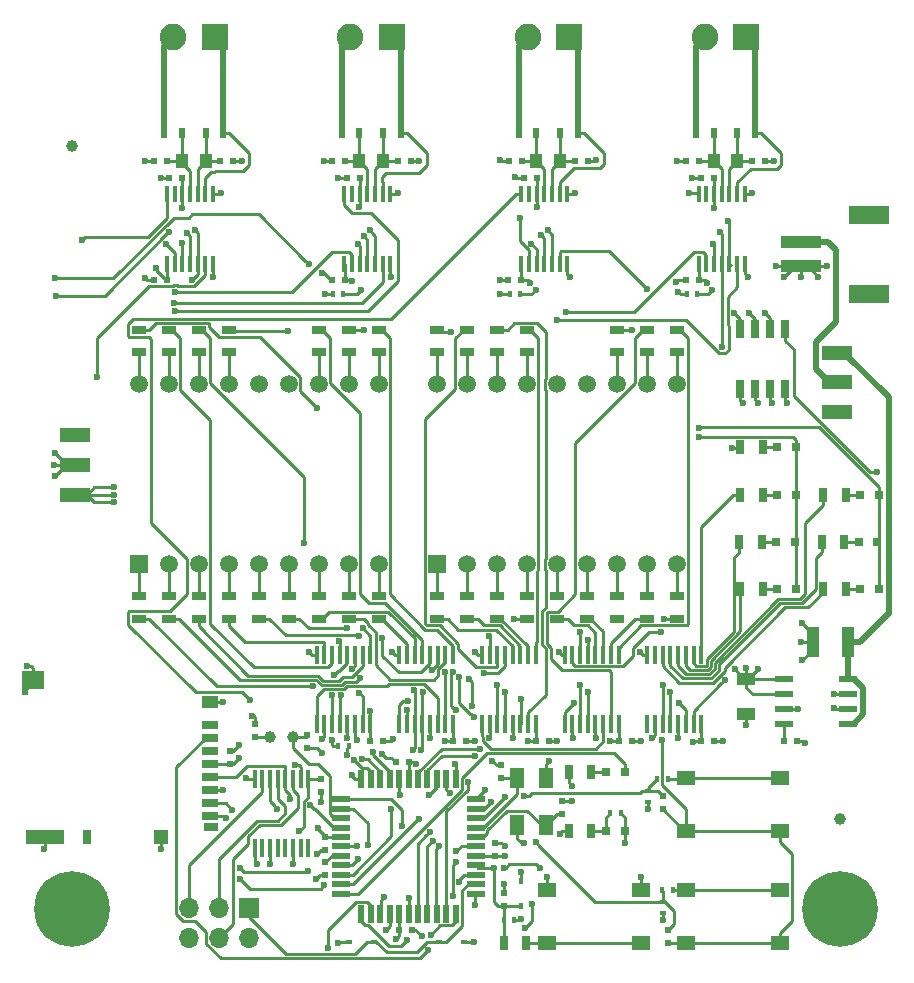
<source format=gbr>
G04 #@! TF.GenerationSoftware,KiCad,Pcbnew,(5.0-dev-4115-gdd04bcb)*
G04 #@! TF.CreationDate,2018-04-28T02:22:02-07:00*
G04 #@! TF.ProjectId,Thermocouple Data Logger,546865726D6F636F75706C6520446174,1*
G04 #@! TF.SameCoordinates,Original*
G04 #@! TF.FileFunction,Copper,L1,Top,Signal*
G04 #@! TF.FilePolarity,Positive*
%FSLAX46Y46*%
G04 Gerber Fmt 4.6, Leading zero omitted, Abs format (unit mm)*
G04 Created by KiCad (PCBNEW (5.0-dev-4115-gdd04bcb)) date Saturday, April 28, 2018 at 02:22:02 AM*
%MOMM*%
%LPD*%
G01*
G04 APERTURE LIST*
%ADD10R,1.200000X1.800000*%
%ADD11R,0.550000X1.500000*%
%ADD12R,1.500000X0.550000*%
%ADD13C,0.200000*%
%ADD14C,0.100000*%
%ADD15R,0.800000X1.200000*%
%ADD16R,0.500000X0.500000*%
%ADD17R,1.400000X0.700000*%
%ADD18R,1.200000X0.700000*%
%ADD19R,3.200000X1.200000*%
%ADD20R,1.200000X1.200000*%
%ADD21R,1.400000X1.000000*%
%ADD22R,1.900000X1.500000*%
%ADD23R,1.500000X1.500000*%
%ADD24C,1.500000*%
%ADD25R,0.450000X1.500000*%
%ADD26R,0.500000X0.600000*%
%ADD27C,1.000000*%
%ADD28R,0.600000X0.500000*%
%ADD29R,1.000000X2.500000*%
%ADD30R,1.600000X1.000000*%
%ADD31R,0.800000X0.800000*%
%ADD32R,0.600000X0.450000*%
%ADD33R,0.450000X0.600000*%
%ADD34R,3.400000X1.500000*%
%ADD35R,3.500000X1.000000*%
%ADD36C,2.250000*%
%ADD37R,2.250000X2.250000*%
%ADD38O,1.700000X1.700000*%
%ADD39R,1.700000X1.700000*%
%ADD40R,0.500000X0.900000*%
%ADD41R,0.700000X1.300000*%
%ADD42R,1.300000X0.700000*%
%ADD43R,0.400000X0.600000*%
%ADD44R,0.600000X0.400000*%
%ADD45R,2.500000X1.250000*%
%ADD46R,1.550000X1.300000*%
%ADD47R,0.760000X1.600000*%
%ADD48R,1.550000X0.600000*%
%ADD49R,0.450000X1.450000*%
%ADD50C,0.800000*%
%ADD51C,6.400000*%
%ADD52R,1.000000X1.250000*%
%ADD53C,0.600000*%
%ADD54C,0.250000*%
%ADD55C,0.500000*%
G04 APERTURE END LIST*
D10*
X151700000Y-122000000D03*
X151700000Y-118000000D03*
X154100000Y-118000000D03*
X154100000Y-122000000D03*
D11*
X146500000Y-129500000D03*
X145700000Y-129500000D03*
X144900000Y-129500000D03*
X144100000Y-129500000D03*
X143300000Y-129500000D03*
X142500000Y-129500000D03*
X141700000Y-129500000D03*
X140900000Y-129500000D03*
X140100000Y-129500000D03*
X139300000Y-129500000D03*
X138500000Y-129500000D03*
D12*
X136800000Y-127800000D03*
X136800000Y-127000000D03*
X136800000Y-126200000D03*
X136800000Y-125400000D03*
X136800000Y-124600000D03*
X136800000Y-123800000D03*
X136800000Y-123000000D03*
X136800000Y-122200000D03*
X136800000Y-121400000D03*
X136800000Y-120600000D03*
X136800000Y-119800000D03*
D11*
X138500000Y-118100000D03*
X139300000Y-118100000D03*
X140100000Y-118100000D03*
X140900000Y-118100000D03*
X141700000Y-118100000D03*
X142500000Y-118100000D03*
X143300000Y-118100000D03*
X144100000Y-118100000D03*
X144900000Y-118100000D03*
X145700000Y-118100000D03*
X146500000Y-118100000D03*
D12*
X148200000Y-119800000D03*
X148200000Y-120600000D03*
X148200000Y-121400000D03*
X148200000Y-122200000D03*
X148200000Y-123000000D03*
X148200000Y-123800000D03*
X148200000Y-124600000D03*
X148200000Y-125400000D03*
X148200000Y-126200000D03*
X148200000Y-127000000D03*
X148200000Y-127800000D03*
D13*
X110250000Y-110450000D03*
D14*
G36*
X110108579Y-110450000D02*
X110250000Y-110308579D01*
X110391421Y-110450000D01*
X110250000Y-110591421D01*
X110108579Y-110450000D01*
X110108579Y-110450000D01*
G37*
D15*
X115300000Y-123000000D03*
D16*
X110000000Y-110700000D03*
D17*
X125700000Y-121200000D03*
X125700000Y-120100000D03*
X125700000Y-119000000D03*
X125700000Y-117900000D03*
X125700000Y-116800000D03*
X125700000Y-115700000D03*
X125700000Y-114600000D03*
D18*
X125800000Y-122150000D03*
D19*
X111700000Y-123000000D03*
D20*
X121500000Y-123000000D03*
D21*
X125700000Y-111600000D03*
D22*
X110700000Y-109700000D03*
D17*
X125700000Y-113500000D03*
D23*
X119650000Y-99900000D03*
D24*
X122190000Y-99900000D03*
X124730000Y-99900000D03*
X127270000Y-99900000D03*
X129810000Y-99900000D03*
X132350000Y-99900000D03*
X134890000Y-99900000D03*
X137430000Y-99900000D03*
X139970000Y-99900000D03*
X139970000Y-84660000D03*
X137430000Y-84660000D03*
X134890000Y-84660000D03*
X132350000Y-84660000D03*
X129810000Y-84660000D03*
X127270000Y-84660000D03*
X124730000Y-84660000D03*
X122190000Y-84660000D03*
X119650000Y-84660000D03*
D25*
X139275000Y-113450000D03*
X138625000Y-113450000D03*
X137975000Y-113450000D03*
X137325000Y-113450000D03*
X136675000Y-113450000D03*
X136025000Y-113450000D03*
X135375000Y-113450000D03*
X134725000Y-113450000D03*
X134725000Y-107550000D03*
X135375000Y-107550000D03*
X136025000Y-107550000D03*
X136675000Y-107550000D03*
X137325000Y-107550000D03*
X137975000Y-107550000D03*
X138625000Y-107550000D03*
X139275000Y-107550000D03*
D26*
X135450000Y-126250000D03*
X135450000Y-125150000D03*
D27*
X114000000Y-64500000D03*
D26*
X133900000Y-114400000D03*
X133900000Y-115500000D03*
X129500000Y-114500000D03*
X129500000Y-113400000D03*
X155450000Y-119950000D03*
X155450000Y-121050000D03*
X150350000Y-118000000D03*
X150350000Y-116900000D03*
D28*
X120975000Y-65775000D03*
X122075000Y-65775000D03*
X127675000Y-65775000D03*
X126575000Y-65775000D03*
X135975000Y-65775000D03*
X137075000Y-65775000D03*
X142675000Y-65775000D03*
X141575000Y-65775000D03*
X150975000Y-65775000D03*
X152075000Y-65775000D03*
X157675000Y-65775000D03*
X156575000Y-65775000D03*
X167075000Y-65775000D03*
X165975000Y-65775000D03*
X171575000Y-65775000D03*
X172675000Y-65775000D03*
X174300000Y-114900000D03*
X175400000Y-114900000D03*
D29*
X176700000Y-106450000D03*
X179700000Y-106450000D03*
D30*
X171110000Y-112590000D03*
X171110000Y-109590000D03*
D31*
X159200000Y-122500000D03*
X160800000Y-122500000D03*
X160800000Y-117500000D03*
X159200000Y-117500000D03*
X173700000Y-90000000D03*
X175300000Y-90000000D03*
X175300000Y-94000000D03*
X173700000Y-94000000D03*
X173600000Y-98000000D03*
X175200000Y-98000000D03*
X175300000Y-102000000D03*
X173700000Y-102000000D03*
X180700000Y-94000000D03*
X182300000Y-94000000D03*
X182200000Y-97990000D03*
X180600000Y-97990000D03*
X180700000Y-102000000D03*
X182300000Y-102000000D03*
D32*
X137450000Y-131850000D03*
X139550000Y-131850000D03*
X147200000Y-131850000D03*
X145100000Y-131850000D03*
D33*
X152050000Y-128800000D03*
X152050000Y-126700000D03*
D34*
X181500000Y-70300000D03*
X181500000Y-77000000D03*
D35*
X175750000Y-72650000D03*
X175750000Y-74650000D03*
D36*
X122575000Y-55275000D03*
D37*
X126075000Y-55275000D03*
X141075000Y-55225000D03*
D36*
X137575000Y-55225000D03*
D37*
X156075000Y-55275000D03*
D36*
X152575000Y-55275000D03*
X167575000Y-55275000D03*
D37*
X171075000Y-55275000D03*
D38*
X123920000Y-131540000D03*
X123920000Y-129000000D03*
X126460000Y-131540000D03*
X126460000Y-129000000D03*
X129000000Y-131540000D03*
D39*
X129000000Y-129000000D03*
D40*
X121825000Y-63400000D03*
X123325000Y-63400000D03*
X125325000Y-63400000D03*
X126825000Y-63400000D03*
X136825000Y-63350000D03*
X138325000Y-63350000D03*
X140325000Y-63350000D03*
X141825000Y-63350000D03*
X151825000Y-63400000D03*
X153325000Y-63400000D03*
X155325000Y-63400000D03*
X156825000Y-63400000D03*
X168325000Y-63400000D03*
X166825000Y-63400000D03*
X171825000Y-63400000D03*
X170325000Y-63400000D03*
D41*
X156050000Y-122500000D03*
X157950000Y-122500000D03*
X150547056Y-131937056D03*
X152447056Y-131937056D03*
X156050000Y-117500000D03*
X157950000Y-117500000D03*
D42*
X124740000Y-81950000D03*
X124740000Y-80050000D03*
X127275000Y-80050000D03*
X127275000Y-81950000D03*
X124730000Y-104510000D03*
X124730000Y-102610000D03*
X122190000Y-104510000D03*
X122190000Y-102610000D03*
X119650000Y-104510000D03*
X119650000Y-102610000D03*
X119650000Y-81950000D03*
X119650000Y-80050000D03*
X122190000Y-81950000D03*
X122190000Y-80050000D03*
X127270000Y-102610000D03*
X127270000Y-104510000D03*
X137420000Y-80050000D03*
X137420000Y-81950000D03*
X139970000Y-81950000D03*
X139970000Y-80050000D03*
X137420000Y-104510000D03*
X137420000Y-102610000D03*
X132350000Y-104510000D03*
X132350000Y-102610000D03*
X129810000Y-102610000D03*
X129810000Y-104510000D03*
X134890000Y-80050000D03*
X134890000Y-81950000D03*
X134890000Y-104510000D03*
X134890000Y-102610000D03*
X139970000Y-102610000D03*
X139970000Y-104510000D03*
X149980000Y-80050000D03*
X149980000Y-81950000D03*
X152510000Y-81950000D03*
X152510000Y-80050000D03*
X149970000Y-104510000D03*
X149970000Y-102610000D03*
X147440000Y-102610000D03*
X147440000Y-104510000D03*
X144900000Y-104510000D03*
X144900000Y-102610000D03*
X144900000Y-81950000D03*
X144900000Y-80050000D03*
X147450000Y-80050000D03*
X147450000Y-81950000D03*
X152525000Y-102610000D03*
X152525000Y-104510000D03*
X162680000Y-81950000D03*
X162680000Y-80050000D03*
X165220000Y-81950000D03*
X165220000Y-80050000D03*
X162680000Y-104500000D03*
X162680000Y-102600000D03*
X157600000Y-102610000D03*
X157600000Y-104510000D03*
X155060000Y-104510000D03*
X155060000Y-102610000D03*
X160140000Y-81950000D03*
X160140000Y-80050000D03*
X160150000Y-104510000D03*
X160150000Y-102610000D03*
X165220000Y-104510000D03*
X165220000Y-102610000D03*
D41*
X170600000Y-90000000D03*
X172500000Y-90000000D03*
X172500000Y-94000000D03*
X170600000Y-94000000D03*
X170500000Y-98000000D03*
X172400000Y-98000000D03*
X172500000Y-102000000D03*
X170600000Y-102000000D03*
X177600000Y-94000000D03*
X179500000Y-94000000D03*
X179400000Y-98000000D03*
X177500000Y-98000000D03*
X177600000Y-102000000D03*
X179500000Y-102000000D03*
D43*
X163950000Y-127500000D03*
X164850000Y-127500000D03*
X164450000Y-118100000D03*
X163550000Y-118100000D03*
X160450000Y-121000000D03*
X159550000Y-121000000D03*
X151450000Y-130000000D03*
X150550000Y-130000000D03*
X137450000Y-115250000D03*
X136550000Y-115250000D03*
D44*
X164000000Y-129400000D03*
X164000000Y-128500000D03*
X162800000Y-119100000D03*
X162800000Y-120000000D03*
D43*
X136975000Y-77050000D03*
X136075000Y-77050000D03*
X151050000Y-77050000D03*
X151950000Y-77050000D03*
X166950000Y-77050000D03*
X166050000Y-77050000D03*
D45*
X178750000Y-82000000D03*
X178750000Y-84500000D03*
X178750000Y-87000000D03*
X114250000Y-89000000D03*
X114250000Y-91500000D03*
X114250000Y-94000000D03*
D46*
X162177056Y-131947056D03*
X162177056Y-127447056D03*
X154217056Y-127447056D03*
X154217056Y-131947056D03*
X166000000Y-132000000D03*
X166000000Y-127500000D03*
X173960000Y-127500000D03*
X173960000Y-132000000D03*
X173960000Y-122500000D03*
X173960000Y-118000000D03*
X166000000Y-118000000D03*
X166000000Y-122500000D03*
D47*
X170595000Y-79960000D03*
X174405000Y-85040000D03*
X171865000Y-79960000D03*
X173135000Y-85040000D03*
X173135000Y-79960000D03*
X171865000Y-85040000D03*
X174405000Y-79960000D03*
X170595000Y-85040000D03*
D48*
X179700000Y-109595000D03*
X179700000Y-110865000D03*
X179700000Y-112135000D03*
X179700000Y-113405000D03*
X174300000Y-113405000D03*
X174300000Y-112135000D03*
X174300000Y-110865000D03*
X174300000Y-109595000D03*
D49*
X125950000Y-68550000D03*
X125300000Y-68550000D03*
X124650000Y-68550000D03*
X124000000Y-68550000D03*
X123350000Y-68550000D03*
X122700000Y-68550000D03*
X122050000Y-68550000D03*
X122050000Y-74450000D03*
X122700000Y-74450000D03*
X123350000Y-74450000D03*
X124000000Y-74450000D03*
X124650000Y-74450000D03*
X125300000Y-74450000D03*
X125950000Y-74450000D03*
X140950000Y-68550000D03*
X140300000Y-68550000D03*
X139650000Y-68550000D03*
X139000000Y-68550000D03*
X138350000Y-68550000D03*
X137700000Y-68550000D03*
X137050000Y-68550000D03*
X137050000Y-74450000D03*
X137700000Y-74450000D03*
X138350000Y-74450000D03*
X139000000Y-74450000D03*
X139650000Y-74450000D03*
X140300000Y-74450000D03*
X140950000Y-74450000D03*
X155950000Y-74450000D03*
X155300000Y-74450000D03*
X154650000Y-74450000D03*
X154000000Y-74450000D03*
X153350000Y-74450000D03*
X152700000Y-74450000D03*
X152050000Y-74450000D03*
X152050000Y-68550000D03*
X152700000Y-68550000D03*
X153350000Y-68550000D03*
X154000000Y-68550000D03*
X154650000Y-68550000D03*
X155300000Y-68550000D03*
X155950000Y-68550000D03*
X170950000Y-74450000D03*
X170300000Y-74450000D03*
X169650000Y-74450000D03*
X169000000Y-74450000D03*
X168350000Y-74450000D03*
X167700000Y-74450000D03*
X167050000Y-74450000D03*
X167050000Y-68550000D03*
X167700000Y-68550000D03*
X168350000Y-68550000D03*
X169000000Y-68550000D03*
X169650000Y-68550000D03*
X170300000Y-68550000D03*
X170950000Y-68550000D03*
D25*
X146275000Y-113450000D03*
X145625000Y-113450000D03*
X144975000Y-113450000D03*
X144325000Y-113450000D03*
X143675000Y-113450000D03*
X143025000Y-113450000D03*
X142375000Y-113450000D03*
X141725000Y-113450000D03*
X141725000Y-107550000D03*
X142375000Y-107550000D03*
X143025000Y-107550000D03*
X143675000Y-107550000D03*
X144325000Y-107550000D03*
X144975000Y-107550000D03*
X145625000Y-107550000D03*
X146275000Y-107550000D03*
X153275000Y-107550000D03*
X152625000Y-107550000D03*
X151975000Y-107550000D03*
X151325000Y-107550000D03*
X150675000Y-107550000D03*
X150025000Y-107550000D03*
X149375000Y-107550000D03*
X148725000Y-107550000D03*
X148725000Y-113450000D03*
X149375000Y-113450000D03*
X150025000Y-113450000D03*
X150675000Y-113450000D03*
X151325000Y-113450000D03*
X151975000Y-113450000D03*
X152625000Y-113450000D03*
X153275000Y-113450000D03*
X160275000Y-107550000D03*
X159625000Y-107550000D03*
X158975000Y-107550000D03*
X158325000Y-107550000D03*
X157675000Y-107550000D03*
X157025000Y-107550000D03*
X156375000Y-107550000D03*
X155725000Y-107550000D03*
X155725000Y-113450000D03*
X156375000Y-113450000D03*
X157025000Y-113450000D03*
X157675000Y-113450000D03*
X158325000Y-113450000D03*
X158975000Y-113450000D03*
X159625000Y-113450000D03*
X160275000Y-113450000D03*
X167275000Y-113450000D03*
X166625000Y-113450000D03*
X165975000Y-113450000D03*
X165325000Y-113450000D03*
X164675000Y-113450000D03*
X164025000Y-113450000D03*
X163375000Y-113450000D03*
X162725000Y-113450000D03*
X162725000Y-107550000D03*
X163375000Y-107550000D03*
X164025000Y-107550000D03*
X164675000Y-107550000D03*
X165325000Y-107550000D03*
X165975000Y-107550000D03*
X166625000Y-107550000D03*
X167275000Y-107550000D03*
D23*
X144900000Y-99900000D03*
D24*
X147440000Y-99900000D03*
X149980000Y-99900000D03*
X152520000Y-99900000D03*
X155060000Y-99900000D03*
X157600000Y-99900000D03*
X160140000Y-99900000D03*
X162680000Y-99900000D03*
X165220000Y-99900000D03*
X165220000Y-84660000D03*
X162680000Y-84660000D03*
X160140000Y-84660000D03*
X157600000Y-84660000D03*
X155060000Y-84660000D03*
X152520000Y-84660000D03*
X149980000Y-84660000D03*
X147440000Y-84660000D03*
X144900000Y-84660000D03*
D25*
X134025000Y-123950000D03*
X133375000Y-123950000D03*
X132725000Y-123950000D03*
X132075000Y-123950000D03*
X131425000Y-123950000D03*
X130775000Y-123950000D03*
X130125000Y-123950000D03*
X129475000Y-123950000D03*
X129475000Y-118050000D03*
X130125000Y-118050000D03*
X130775000Y-118050000D03*
X131425000Y-118050000D03*
X132075000Y-118050000D03*
X132725000Y-118050000D03*
X133375000Y-118050000D03*
X134025000Y-118050000D03*
D27*
X130800000Y-114500000D03*
X132700000Y-114500000D03*
D50*
X115697056Y-127402944D03*
X114000000Y-126700000D03*
X112302944Y-127402944D03*
X111600000Y-129100000D03*
X112302944Y-130797056D03*
X114000000Y-131500000D03*
X115697056Y-130797056D03*
X116400000Y-129100000D03*
D51*
X114000000Y-129100000D03*
X179000000Y-129100000D03*
D50*
X181400000Y-129100000D03*
X180697056Y-130797056D03*
X179000000Y-131500000D03*
X177302944Y-130797056D03*
X176600000Y-129100000D03*
X177302944Y-127402944D03*
X179000000Y-126700000D03*
X180697056Y-127402944D03*
D27*
X179000000Y-121500000D03*
D52*
X125325000Y-65775000D03*
X123325000Y-65775000D03*
X138325000Y-65775000D03*
X140325000Y-65775000D03*
X155325000Y-65775000D03*
X153325000Y-65775000D03*
X170325000Y-65775000D03*
X168325000Y-65775000D03*
D26*
X150550000Y-127700000D03*
X150550000Y-128800000D03*
X164450000Y-130900000D03*
X164450000Y-132000000D03*
X164000000Y-120600000D03*
X164000000Y-119500000D03*
D28*
X141700000Y-130850000D03*
X142800000Y-130850000D03*
X142500000Y-116650000D03*
X141400000Y-116650000D03*
D26*
X149850000Y-124600000D03*
X149850000Y-123500000D03*
X135450000Y-123000000D03*
X135450000Y-124100000D03*
D28*
X123350000Y-67200000D03*
X122250000Y-67200000D03*
X120950000Y-75800000D03*
X122050000Y-75800000D03*
X137250000Y-67200000D03*
X138350000Y-67200000D03*
X137075000Y-75800000D03*
X135975000Y-75800000D03*
X153350000Y-67200000D03*
X152250000Y-67200000D03*
X150950000Y-75800000D03*
X152050000Y-75800000D03*
X168350000Y-67200000D03*
X167250000Y-67200000D03*
X165950000Y-75800000D03*
X167050000Y-75800000D03*
D26*
X135100000Y-119150000D03*
X135100000Y-118050000D03*
X127413702Y-116787292D03*
X127413702Y-115687292D03*
D28*
X140375000Y-114900000D03*
X139275000Y-114900000D03*
X147375000Y-114900000D03*
X146275000Y-114900000D03*
X154375000Y-114900000D03*
X153275000Y-114900000D03*
X160275000Y-114900000D03*
X161375000Y-114900000D03*
X167275000Y-114900000D03*
X168375000Y-114900000D03*
D53*
X110174990Y-108550000D03*
X148137060Y-114875233D03*
X135403912Y-76999913D03*
X135144979Y-115865534D03*
X129263061Y-112736939D03*
X137258046Y-116024993D03*
X137300000Y-114574990D03*
X140250000Y-115950000D03*
X152258025Y-123513114D03*
X156350000Y-119950000D03*
X146541949Y-124208051D03*
X135100000Y-120050000D03*
X128750000Y-118000000D03*
X149600000Y-116550000D03*
X154400000Y-116550000D03*
X148050000Y-131900000D03*
X141750000Y-119400000D03*
X150650000Y-123800000D03*
X143600000Y-131400000D03*
X142550000Y-128200000D03*
X134700000Y-126550000D03*
X129625000Y-125250000D03*
X130800000Y-125250000D03*
X132750000Y-125300000D03*
X134750002Y-124450000D03*
X138100000Y-123800000D03*
X128113702Y-115187292D03*
X165150000Y-76000000D03*
X165350000Y-76825000D03*
X151300000Y-114600000D03*
X135200000Y-75224990D03*
X120149891Y-75654269D03*
X141200000Y-114700000D03*
X164000000Y-130000000D03*
X175800000Y-104900000D03*
X175699998Y-106450000D03*
X175850000Y-108050000D03*
X165200000Y-65800000D03*
X166500000Y-67200000D03*
X171600000Y-68500000D03*
X171200000Y-75600000D03*
X173400000Y-65800000D03*
X156600000Y-68500000D03*
X141600000Y-68500000D03*
X126600000Y-68500000D03*
X158400000Y-65700000D03*
X150200000Y-65700000D03*
X151500000Y-67150000D03*
X156125000Y-75600000D03*
X150228867Y-77053837D03*
X150199992Y-75800000D03*
X136500000Y-67200000D03*
X135300000Y-65800000D03*
X143400000Y-65800000D03*
X141000000Y-75600000D03*
X120200000Y-65800000D03*
X121500000Y-67200000D03*
X128400000Y-65800000D03*
X125900000Y-75600000D03*
X121500000Y-124000000D03*
X126800000Y-119000000D03*
X126800000Y-111600000D03*
X162100000Y-107300000D03*
X155200000Y-107300000D03*
X148100000Y-107300000D03*
X141100000Y-107300000D03*
X134100000Y-107300000D03*
X162800000Y-120600000D03*
X156300000Y-118650000D03*
X171100000Y-113500000D03*
X175500000Y-112150000D03*
X178500000Y-110850000D03*
X178500000Y-112100000D03*
X111600000Y-124000000D03*
X150550000Y-127000000D03*
X162200000Y-126400000D03*
X154250000Y-126400000D03*
X155300000Y-122700000D03*
X169100000Y-114850000D03*
X165300000Y-114600000D03*
X162200000Y-114900000D03*
X155100000Y-114900004D03*
X158350000Y-114600000D03*
X144300000Y-114600000D03*
X177200000Y-75550000D03*
X173600000Y-74650000D03*
X174300000Y-75550000D03*
X175750000Y-75550000D03*
X177900000Y-74650000D03*
X134150000Y-120300001D03*
X150700000Y-124600000D03*
X121150000Y-74850000D03*
X143152486Y-116782838D03*
X134850000Y-122250000D03*
X141450000Y-131600000D03*
X136550000Y-132000000D03*
X128113702Y-116287292D03*
X112550000Y-92450000D03*
X112550000Y-90450000D03*
X112450000Y-91500000D03*
X152050000Y-129950000D03*
X152050000Y-126000000D03*
X172100000Y-108750000D03*
X170100000Y-108750000D03*
X171100000Y-108700000D03*
X176100000Y-115000000D03*
X170800000Y-86250000D03*
X172100000Y-86250000D03*
X173250000Y-86250000D03*
X174500000Y-86250000D03*
X123300000Y-69700000D03*
X131400000Y-120600000D03*
X149750000Y-125600000D03*
X153250000Y-123449999D03*
X149500000Y-120000000D03*
X147525013Y-118350000D03*
X136050000Y-114775010D03*
X135157257Y-114715523D03*
X166550000Y-114950000D03*
X117574990Y-94650000D03*
X117574990Y-93350000D03*
X117574990Y-94000000D03*
X139250000Y-112300000D03*
X142350000Y-112250000D03*
X145600000Y-114900000D03*
X149350000Y-114600000D03*
X156400000Y-114600000D03*
X152600000Y-114900000D03*
X159550000Y-114900000D03*
X163150000Y-114600000D03*
X163950000Y-114800000D03*
X167100000Y-89150000D03*
X167100000Y-88350000D03*
X152250000Y-119550000D03*
X150643769Y-119643769D03*
X140400000Y-128100000D03*
X146250000Y-127950000D03*
X146550000Y-125075000D03*
X146550000Y-112250000D03*
X146250003Y-109050000D03*
X137736059Y-75894461D03*
X170050000Y-78600000D03*
X138300000Y-69650000D03*
X138450000Y-76700000D03*
X134050000Y-74500000D03*
X112600000Y-75700000D03*
X135700000Y-132375000D03*
X153350000Y-69650000D03*
X171350000Y-78600000D03*
X153250000Y-76700000D03*
X152800004Y-76100000D03*
X142350000Y-131700001D03*
X152319069Y-130703395D03*
X152950000Y-128700000D03*
X168350000Y-69700000D03*
X172650000Y-78600000D03*
X168200000Y-76700000D03*
X167750000Y-76100000D03*
X133250000Y-122500000D03*
X140550000Y-130900000D03*
X160800000Y-123500000D03*
X182200000Y-92100000D03*
X183150001Y-103999999D03*
X127575000Y-120675000D03*
X132872554Y-116899988D03*
X148150000Y-128750000D03*
X127050000Y-121350000D03*
X146800000Y-126825010D03*
X132500000Y-119800000D03*
X144390699Y-131278354D03*
X144150000Y-132550000D03*
X133650000Y-98100000D03*
X138300000Y-110775010D03*
X132300000Y-80150000D03*
X138640731Y-105303186D03*
X138358732Y-109558732D03*
X137691268Y-108741268D03*
X134426078Y-110198630D03*
X136200000Y-109250000D03*
X134750000Y-86650000D03*
X136650000Y-106425000D03*
X145550000Y-109050000D03*
X138750000Y-80050000D03*
X144499988Y-108895176D03*
X137300000Y-105300000D03*
X140250011Y-106150000D03*
X138300000Y-105950000D03*
X148861728Y-109150011D03*
X146100000Y-80250000D03*
X151400000Y-104500000D03*
X149350000Y-105960011D03*
X161400000Y-80100000D03*
X157650000Y-106300000D03*
X160150000Y-104510000D03*
X157000000Y-105610017D03*
X164100000Y-104500000D03*
X163900000Y-105610001D03*
X169275011Y-109663713D03*
X169850000Y-90050000D03*
X143550000Y-115650000D03*
X145100000Y-123800000D03*
X136747992Y-111000031D03*
X164600000Y-110750000D03*
X143700000Y-110750000D03*
X150700000Y-110750000D03*
X157650000Y-110750000D03*
X142850076Y-115638904D03*
X144600000Y-123300000D03*
X136008465Y-111000031D03*
X143000000Y-110575021D03*
X150000000Y-110100000D03*
X164000000Y-110100000D03*
X157000000Y-110100000D03*
X144300000Y-122550000D03*
X138106908Y-114746930D03*
X114840012Y-72475010D03*
X143350000Y-121500000D03*
X138250000Y-124900000D03*
X133950000Y-125900000D03*
X128250000Y-125600000D03*
X121950000Y-72800000D03*
X151900000Y-70575000D03*
X122249999Y-71800000D03*
X112650000Y-77200000D03*
X128250000Y-126550000D03*
X135350000Y-127100000D03*
X139050000Y-123700000D03*
X141978768Y-122078768D03*
X150600000Y-125600003D03*
X153600000Y-125600000D03*
X162700000Y-76600000D03*
X129078756Y-111421234D03*
X137700000Y-117775010D03*
X122696581Y-76892823D03*
X137904310Y-116506827D03*
X122650000Y-77750000D03*
X138596625Y-116403375D03*
X122700000Y-78450000D03*
X139466506Y-115788329D03*
X148575676Y-115544288D03*
X148075010Y-112850000D03*
X155800000Y-78525000D03*
X146808425Y-109484340D03*
X148150000Y-116100000D03*
X147850000Y-111900000D03*
X147599998Y-109600000D03*
X155100000Y-79250000D03*
X166250000Y-68500000D03*
X144250000Y-119450000D03*
X152900000Y-72750000D03*
X145993769Y-119293769D03*
X168250000Y-72750000D03*
X138200000Y-72750000D03*
X123300000Y-72700000D03*
X124400000Y-71625010D03*
X154300000Y-71625010D03*
X139200000Y-71625010D03*
X146424990Y-116821239D03*
X124141268Y-75841268D03*
X169550000Y-70800000D03*
X153736994Y-72040993D03*
X123754520Y-71895883D03*
X138716060Y-72130796D03*
X149000000Y-119000000D03*
X169050000Y-81500000D03*
X168850000Y-71800000D03*
X142423111Y-111512434D03*
X152000000Y-111350000D03*
X165400000Y-111650000D03*
X156500000Y-111650000D03*
X116150000Y-84050000D03*
X141050000Y-120600000D03*
D54*
X135824999Y-117819997D02*
X135824999Y-121055001D01*
X134796952Y-116791950D02*
X135824999Y-117819997D01*
X134056948Y-116791950D02*
X134796952Y-116791950D01*
X136169998Y-121400000D02*
X136800000Y-121400000D01*
X132700000Y-115435002D02*
X134056948Y-116791950D01*
X132700000Y-114500000D02*
X132700000Y-115435002D01*
X135824999Y-121055001D02*
X136169998Y-121400000D01*
X132700000Y-114500000D02*
X133900000Y-114500000D01*
X110700000Y-108700000D02*
X110550000Y-108550000D01*
X110700000Y-109700000D02*
X110700000Y-108700000D01*
X110550000Y-108550000D02*
X110174990Y-108550000D01*
X148112293Y-114900000D02*
X148137060Y-114875233D01*
X147375000Y-114900000D02*
X148112293Y-114900000D01*
X135453999Y-77050000D02*
X135403912Y-76999913D01*
X136075000Y-77050000D02*
X135453999Y-77050000D01*
X134779445Y-115500000D02*
X134844980Y-115565535D01*
X133900000Y-115500000D02*
X134779445Y-115500000D01*
X134844980Y-115565535D02*
X135144979Y-115865534D01*
X129386939Y-112736939D02*
X129263061Y-112736939D01*
X129500000Y-113400000D02*
X129500000Y-112850000D01*
X129500000Y-112850000D02*
X129386939Y-112736939D01*
X137325000Y-114549990D02*
X137300000Y-114574990D01*
X137258046Y-115541954D02*
X137258046Y-115600729D01*
X137258046Y-115600729D02*
X137258046Y-116024993D01*
X137475000Y-115325000D02*
X137258046Y-115541954D01*
X137325000Y-113450000D02*
X137325000Y-114549990D01*
X140250000Y-115950000D02*
X140600000Y-116300000D01*
X140600000Y-116300000D02*
X141050000Y-116300000D01*
X141050000Y-116300000D02*
X141400000Y-116650000D01*
X151700000Y-122000000D02*
X151700000Y-123150000D01*
X151700000Y-123150000D02*
X152063114Y-123513114D01*
X152063114Y-123513114D02*
X152258025Y-123513114D01*
X155450000Y-119950000D02*
X156350000Y-119950000D01*
X146950000Y-123800000D02*
X146841948Y-123908052D01*
X148200000Y-123800000D02*
X146950000Y-123800000D01*
X146841948Y-123908052D02*
X146541949Y-124208051D01*
X135100000Y-119150000D02*
X135100000Y-120050000D01*
X129475000Y-118050000D02*
X128800000Y-118050000D01*
X128800000Y-118050000D02*
X128750000Y-118000000D01*
X150350000Y-116900000D02*
X149950000Y-116900000D01*
X149950000Y-116900000D02*
X149600000Y-116550000D01*
X154100000Y-118000000D02*
X154100000Y-116850000D01*
X154100000Y-116850000D02*
X154400000Y-116550000D01*
X147200000Y-131850000D02*
X148000000Y-131850000D01*
X148000000Y-131850000D02*
X148050000Y-131900000D01*
X141700000Y-118100000D02*
X141700000Y-119350000D01*
X141700000Y-119350000D02*
X141750000Y-119400000D01*
X149850000Y-123500000D02*
X150350000Y-123500000D01*
X150350000Y-123500000D02*
X150650000Y-123800000D01*
X142800000Y-130850000D02*
X143050000Y-130850000D01*
X143050000Y-130850000D02*
X143600000Y-131400000D01*
X142500000Y-129500000D02*
X142500000Y-128250000D01*
X142500000Y-128250000D02*
X142550000Y-128200000D01*
X135450000Y-126250000D02*
X135000000Y-126250000D01*
X135000000Y-126250000D02*
X134700000Y-126550000D01*
X129475000Y-123950000D02*
X129475000Y-125100000D01*
X129475000Y-125100000D02*
X129625000Y-125250000D01*
X130775000Y-123950000D02*
X130775000Y-125225000D01*
X130775000Y-125225000D02*
X130800000Y-125250000D01*
X132725000Y-123950000D02*
X132725000Y-125275000D01*
X132725000Y-125275000D02*
X132750000Y-125300000D01*
X135450000Y-124100000D02*
X135100002Y-124100000D01*
X135100002Y-124100000D02*
X134750002Y-124450000D01*
X136800000Y-123800000D02*
X138100000Y-123800000D01*
X127413702Y-115687292D02*
X127613702Y-115687292D01*
X127613702Y-115687292D02*
X128113702Y-115187292D01*
X165950000Y-75800000D02*
X165350000Y-75800000D01*
X165350000Y-75800000D02*
X165150000Y-76000000D01*
X166050000Y-77050000D02*
X165575000Y-77050000D01*
X165575000Y-77050000D02*
X165350000Y-76825000D01*
X151325000Y-114575000D02*
X151300000Y-114600000D01*
X151325000Y-113450000D02*
X151325000Y-114575000D01*
X135975000Y-75800000D02*
X135925000Y-75800000D01*
X135349990Y-75224990D02*
X135200000Y-75224990D01*
X135925000Y-75800000D02*
X135349990Y-75224990D01*
X120295622Y-75800000D02*
X120149891Y-75654269D01*
X120950000Y-75800000D02*
X120295622Y-75800000D01*
X141000000Y-114900000D02*
X141200000Y-114700000D01*
X140375000Y-114900000D02*
X141000000Y-114900000D01*
X164000000Y-129400000D02*
X164000000Y-130000000D01*
X176700000Y-106450000D02*
X176700000Y-105800000D01*
X176700000Y-105800000D02*
X175800000Y-104900000D01*
X176700000Y-106450000D02*
X175699998Y-106450000D01*
X176700000Y-106450000D02*
X176700000Y-107200000D01*
X176700000Y-107200000D02*
X175850000Y-108050000D01*
X165975000Y-65775000D02*
X165225000Y-65775000D01*
X165225000Y-65775000D02*
X165200000Y-65800000D01*
X167250000Y-67200000D02*
X166500000Y-67200000D01*
X170950000Y-68550000D02*
X171550000Y-68550000D01*
X171550000Y-68550000D02*
X171600000Y-68500000D01*
X170950000Y-74450000D02*
X170950000Y-75350000D01*
X170950000Y-75350000D02*
X171200000Y-75600000D01*
X172675000Y-65775000D02*
X173375000Y-65775000D01*
X173375000Y-65775000D02*
X173400000Y-65800000D01*
X156550000Y-68550000D02*
X156600000Y-68500000D01*
X155950000Y-68550000D02*
X156550000Y-68550000D01*
X141550000Y-68550000D02*
X141600000Y-68500000D01*
X140950000Y-68550000D02*
X141550000Y-68550000D01*
X126550000Y-68550000D02*
X126600000Y-68500000D01*
X125950000Y-68550000D02*
X126550000Y-68550000D01*
X157675000Y-65775000D02*
X158325000Y-65775000D01*
X158325000Y-65775000D02*
X158400000Y-65700000D01*
X150975000Y-65775000D02*
X150275000Y-65775000D01*
X150275000Y-65775000D02*
X150200000Y-65700000D01*
X152250000Y-67200000D02*
X151550000Y-67200000D01*
X151550000Y-67200000D02*
X151500000Y-67150000D01*
X155950000Y-74450000D02*
X155950000Y-75425000D01*
X155950000Y-75425000D02*
X156125000Y-75600000D01*
X151050000Y-77050000D02*
X150232704Y-77050000D01*
X150232704Y-77050000D02*
X150228867Y-77053837D01*
X150950000Y-75800000D02*
X150199992Y-75800000D01*
X137250000Y-67200000D02*
X136500000Y-67200000D01*
X135975000Y-65775000D02*
X135325000Y-65775000D01*
X135325000Y-65775000D02*
X135300000Y-65800000D01*
X142675000Y-65775000D02*
X143375000Y-65775000D01*
X143375000Y-65775000D02*
X143400000Y-65800000D01*
X140950000Y-74450000D02*
X140950000Y-75550000D01*
X140950000Y-75550000D02*
X141000000Y-75600000D01*
X120975000Y-65775000D02*
X120225000Y-65775000D01*
X120225000Y-65775000D02*
X120200000Y-65800000D01*
X122250000Y-67200000D02*
X121500000Y-67200000D01*
X127675000Y-65775000D02*
X128375000Y-65775000D01*
X128375000Y-65775000D02*
X128400000Y-65800000D01*
X125950000Y-74450000D02*
X125950000Y-75550000D01*
X125950000Y-75550000D02*
X125900000Y-75600000D01*
X121500000Y-123000000D02*
X121500000Y-124000000D01*
X125700000Y-119000000D02*
X126800000Y-119000000D01*
X125700000Y-111600000D02*
X126800000Y-111600000D01*
X162725000Y-107550000D02*
X162350000Y-107550000D01*
X162350000Y-107550000D02*
X162100000Y-107300000D01*
X155725000Y-107550000D02*
X155450000Y-107550000D01*
X155450000Y-107550000D02*
X155200000Y-107300000D01*
X148725000Y-107550000D02*
X148350000Y-107550000D01*
X148350000Y-107550000D02*
X148100000Y-107300000D01*
X141725000Y-107550000D02*
X141350000Y-107550000D01*
X141350000Y-107550000D02*
X141100000Y-107300000D01*
X134725000Y-107550000D02*
X134350000Y-107550000D01*
X134350000Y-107550000D02*
X134100000Y-107300000D01*
X162800000Y-120000000D02*
X162800000Y-120600000D01*
X156050000Y-117550000D02*
X156050000Y-118400000D01*
X156050000Y-118400000D02*
X156300000Y-118650000D01*
X171110000Y-112590000D02*
X171110000Y-113490000D01*
X171110000Y-113490000D02*
X171100000Y-113500000D01*
X174300000Y-112135000D02*
X175485000Y-112135000D01*
X175485000Y-112135000D02*
X175500000Y-112150000D01*
X178515000Y-110865000D02*
X178500000Y-110850000D01*
X179700000Y-110865000D02*
X178515000Y-110865000D01*
X178535000Y-112135000D02*
X178500000Y-112100000D01*
X179700000Y-112135000D02*
X178535000Y-112135000D01*
X111700000Y-123000000D02*
X111700000Y-123900000D01*
X111700000Y-123900000D02*
X111600000Y-124000000D01*
X150550000Y-127700000D02*
X150550000Y-127000000D01*
X162177056Y-127447056D02*
X162177056Y-126422944D01*
X162177056Y-126422944D02*
X162200000Y-126400000D01*
X154217056Y-127447056D02*
X154217056Y-126432944D01*
X154217056Y-126432944D02*
X154250000Y-126400000D01*
X156050000Y-122500000D02*
X155500000Y-122500000D01*
X155500000Y-122500000D02*
X155300000Y-122700000D01*
X168375000Y-114900000D02*
X169050000Y-114900000D01*
X169050000Y-114900000D02*
X169100000Y-114850000D01*
X165325000Y-113450000D02*
X165325000Y-114575000D01*
X165325000Y-114575000D02*
X165300000Y-114600000D01*
X161375000Y-114900000D02*
X162200000Y-114900000D01*
X155099996Y-114900000D02*
X155100000Y-114900004D01*
X154375000Y-114900000D02*
X155099996Y-114900000D01*
X158325000Y-113450000D02*
X158325000Y-114575000D01*
X158325000Y-114575000D02*
X158350000Y-114600000D01*
X144325000Y-113450000D02*
X144325000Y-114575000D01*
X144325000Y-114575000D02*
X144300000Y-114600000D01*
X177900000Y-74650000D02*
X175750000Y-74650000D01*
X175750000Y-74650000D02*
X176300000Y-74650000D01*
X176300000Y-74650000D02*
X177200000Y-75550000D01*
X175750000Y-75550000D02*
X175750000Y-74650000D01*
X173600000Y-74650000D02*
X175750000Y-74650000D01*
X175750000Y-74650000D02*
X175200000Y-74650000D01*
X175200000Y-74650000D02*
X174300000Y-75550000D01*
X134150000Y-120300001D02*
X134449999Y-120600000D01*
X134449999Y-120600000D02*
X134569998Y-120600000D01*
X134569998Y-120600000D02*
X136169998Y-122200000D01*
X136169998Y-122200000D02*
X136800000Y-122200000D01*
X129500000Y-114500000D02*
X130800000Y-114500000D01*
X154100000Y-122000000D02*
X153785002Y-122000000D01*
X153785002Y-122000000D02*
X152560001Y-120774999D01*
X152560001Y-120774999D02*
X150839999Y-120774999D01*
X150839999Y-120774999D02*
X149175001Y-122439997D01*
X149175001Y-122439997D02*
X149175001Y-122655001D01*
X149175001Y-122655001D02*
X148830002Y-123000000D01*
X148830002Y-123000000D02*
X148200000Y-123000000D01*
X155450000Y-121050000D02*
X155050000Y-121050000D01*
X155050000Y-121050000D02*
X154100000Y-122000000D01*
X151700000Y-118000000D02*
X151700000Y-119330002D01*
X151700000Y-119330002D02*
X148830002Y-122200000D01*
X148830002Y-122200000D02*
X148200000Y-122200000D01*
X150350000Y-118000000D02*
X151700000Y-118000000D01*
X152075000Y-65775000D02*
X153325000Y-65775000D01*
X153325000Y-65775000D02*
X153325000Y-63400000D01*
X154000000Y-68550000D02*
X154000000Y-66450000D01*
X154000000Y-66450000D02*
X153325000Y-65775000D01*
X155325000Y-65775000D02*
X156575000Y-65775000D01*
X155325000Y-65775000D02*
X155325000Y-63400000D01*
X154650000Y-68550000D02*
X154650000Y-66450000D01*
X154650000Y-66450000D02*
X155325000Y-65775000D01*
X135450000Y-125150000D02*
X136000000Y-124600000D01*
X136000000Y-124600000D02*
X136800000Y-124600000D01*
X168325000Y-65775000D02*
X168325000Y-63400000D01*
X167075000Y-65775000D02*
X168325000Y-65775000D01*
X169000000Y-68550000D02*
X169000000Y-66450000D01*
X169000000Y-66450000D02*
X168325000Y-65775000D01*
X170325000Y-65775000D02*
X170325000Y-63400000D01*
X170325000Y-65775000D02*
X171575000Y-65775000D01*
X169650000Y-68550000D02*
X169650000Y-66450000D01*
X169650000Y-66450000D02*
X170325000Y-65775000D01*
X174300000Y-113405000D02*
X174300000Y-114900000D01*
X149850000Y-124600000D02*
X150700000Y-124600000D01*
X121150000Y-74950000D02*
X121150000Y-74850000D01*
X122000000Y-75800000D02*
X121150000Y-74950000D01*
X122050000Y-75800000D02*
X122000000Y-75800000D01*
X143050000Y-116650000D02*
X143152486Y-116752486D01*
X143152486Y-116752486D02*
X143152486Y-116782838D01*
X142500000Y-116650000D02*
X143050000Y-116650000D01*
X135450000Y-123000000D02*
X135450000Y-122950000D01*
X135450000Y-122950000D02*
X134850000Y-122350000D01*
X134850000Y-122350000D02*
X134850000Y-122250000D01*
X141700000Y-130850000D02*
X141700000Y-131350000D01*
X141700000Y-131350000D02*
X141450000Y-131600000D01*
X137450000Y-131850000D02*
X136700000Y-131850000D01*
X136700000Y-131850000D02*
X136550000Y-132000000D01*
X142500000Y-116650000D02*
X142500000Y-118100000D01*
X148200000Y-124600000D02*
X149850000Y-124600000D01*
X141700000Y-130850000D02*
X141700000Y-129500000D01*
X135450000Y-123000000D02*
X136800000Y-123000000D01*
X125700000Y-116800000D02*
X127400994Y-116800000D01*
X127400994Y-116800000D02*
X127413702Y-116787292D01*
X127413702Y-116787292D02*
X127613702Y-116787292D01*
X127613702Y-116787292D02*
X128113702Y-116287292D01*
X114250000Y-91500000D02*
X113500000Y-91500000D01*
X113500000Y-91500000D02*
X112550000Y-92450000D01*
X114250000Y-91500000D02*
X113600000Y-91500000D01*
X113600000Y-91500000D02*
X112550000Y-90450000D01*
X114250000Y-91500000D02*
X112450000Y-91500000D01*
X151450000Y-130000000D02*
X152000000Y-130000000D01*
X152000000Y-130000000D02*
X152050000Y-129950000D01*
X152050000Y-126700000D02*
X152050000Y-126000000D01*
X171110000Y-109590000D02*
X171260000Y-109590000D01*
X171260000Y-109590000D02*
X172100000Y-108750000D01*
X171110000Y-109590000D02*
X170940000Y-109590000D01*
X170940000Y-109590000D02*
X170100000Y-108750000D01*
X171110000Y-109590000D02*
X171110000Y-108710000D01*
X171110000Y-108710000D02*
X171100000Y-108700000D01*
X174300000Y-110865000D02*
X171635000Y-110865000D01*
X171635000Y-110865000D02*
X171110000Y-110340000D01*
X171110000Y-110340000D02*
X171110000Y-109590000D01*
X174295000Y-109590000D02*
X174300000Y-109595000D01*
X171110000Y-109590000D02*
X174295000Y-109590000D01*
X175400000Y-114900000D02*
X176000000Y-114900000D01*
X176000000Y-114900000D02*
X176100000Y-115000000D01*
X170595000Y-85040000D02*
X170595000Y-86045000D01*
X170595000Y-86045000D02*
X170800000Y-86250000D01*
X171865000Y-85040000D02*
X171865000Y-86015000D01*
X171865000Y-86015000D02*
X172100000Y-86250000D01*
X173135000Y-85040000D02*
X173135000Y-86135000D01*
X173135000Y-86135000D02*
X173250000Y-86250000D01*
X174405000Y-85040000D02*
X174405000Y-86155000D01*
X174405000Y-86155000D02*
X174500000Y-86250000D01*
X123350000Y-68550000D02*
X123350000Y-69650000D01*
X123350000Y-69650000D02*
X123300000Y-69700000D01*
X122050000Y-75800000D02*
X122050000Y-74450000D01*
X123350000Y-67200000D02*
X123350000Y-68550000D01*
X123325000Y-65775000D02*
X123325000Y-65900000D01*
X124000000Y-66575000D02*
X124000000Y-68550000D01*
X123325000Y-65900000D02*
X124000000Y-66575000D01*
X122075000Y-65775000D02*
X123325000Y-65775000D01*
X123325000Y-65775000D02*
X123325000Y-63400000D01*
X130775000Y-118050000D02*
X130775000Y-119975000D01*
X131100001Y-120300001D02*
X131400000Y-120600000D01*
X130775000Y-119975000D02*
X131100001Y-120300001D01*
X149750000Y-125600000D02*
X149750000Y-128500000D01*
X149750000Y-128500000D02*
X150050000Y-128800000D01*
X150050000Y-128800000D02*
X150550000Y-128800000D01*
X149750000Y-125600000D02*
X148400000Y-125600000D01*
X148400000Y-125600000D02*
X148200000Y-125400000D01*
X150550000Y-128800000D02*
X150550000Y-128775000D01*
X150550000Y-130000000D02*
X150550000Y-128800000D01*
X150550000Y-128800000D02*
X152050000Y-128800000D01*
X150547056Y-131937056D02*
X150547056Y-130002944D01*
X150547056Y-130002944D02*
X150550000Y-130000000D01*
X153549999Y-123749998D02*
X153250000Y-123449999D01*
X158300001Y-128500000D02*
X153549999Y-123749998D01*
X164000000Y-128500000D02*
X158300001Y-128500000D01*
X148200000Y-120600000D02*
X148900000Y-120600000D01*
X148900000Y-120600000D02*
X149500000Y-120000000D01*
X164000000Y-128500000D02*
X164185002Y-128500000D01*
X164185002Y-128500000D02*
X164950000Y-129264998D01*
X164950000Y-129264998D02*
X164950000Y-130350000D01*
X164950000Y-130350000D02*
X164450000Y-130850000D01*
X164450000Y-130850000D02*
X164450000Y-130900000D01*
X164000000Y-128500000D02*
X164000000Y-127550000D01*
X164000000Y-127550000D02*
X163950000Y-127500000D01*
X147525013Y-118774264D02*
X147525013Y-118350000D01*
X147525013Y-118999977D02*
X147525013Y-118774264D01*
X145700000Y-129500000D02*
X145700000Y-120824990D01*
X145700000Y-120824990D02*
X147525013Y-118999977D01*
X135375000Y-114497780D02*
X135157257Y-114715523D01*
X136050000Y-115199274D02*
X136050000Y-114775010D01*
X136100000Y-115250000D02*
X136050000Y-115200000D01*
X136550000Y-115250000D02*
X136100000Y-115250000D01*
X136050000Y-115200000D02*
X136050000Y-115199274D01*
X135375000Y-113450000D02*
X135375000Y-114497780D01*
X167275000Y-114900000D02*
X166600000Y-114900000D01*
X166600000Y-114900000D02*
X166550000Y-114950000D01*
X115900000Y-93350000D02*
X117574990Y-93350000D01*
X115900000Y-94650000D02*
X117574990Y-94650000D01*
X114250000Y-94000000D02*
X117574990Y-94000000D01*
X115250000Y-94000000D02*
X115900000Y-93350000D01*
X115250000Y-94000000D02*
X115900000Y-94650000D01*
X139275000Y-113450000D02*
X139275000Y-112325000D01*
X139275000Y-112325000D02*
X139250000Y-112300000D01*
X139275000Y-113450000D02*
X139275000Y-114900000D01*
X142375000Y-113450000D02*
X142375000Y-112275000D01*
X142375000Y-112275000D02*
X142350000Y-112250000D01*
X146275000Y-114900000D02*
X145600000Y-114900000D01*
X146275000Y-114900000D02*
X146275000Y-113450000D01*
X149375000Y-113450000D02*
X149375000Y-114575000D01*
X149375000Y-114575000D02*
X149350000Y-114600000D01*
X156375000Y-113450000D02*
X156375000Y-114575000D01*
X156375000Y-114575000D02*
X156400000Y-114600000D01*
X153275000Y-114900000D02*
X152600000Y-114900000D01*
X153275000Y-113450000D02*
X153275000Y-114900000D01*
X160275000Y-114900000D02*
X159550000Y-114900000D01*
X160275000Y-114900000D02*
X160275000Y-113450000D01*
X163375000Y-113450000D02*
X163375000Y-114375000D01*
X163375000Y-114375000D02*
X163150000Y-114600000D01*
X167275000Y-113450000D02*
X167275000Y-114900000D01*
X166000000Y-122500000D02*
X166000000Y-120605000D01*
X166000000Y-120605000D02*
X163975001Y-118580001D01*
X163975001Y-118580001D02*
X163975001Y-114825001D01*
X163975001Y-114825001D02*
X163950000Y-114800000D01*
X164000000Y-120600000D02*
X164000000Y-120650000D01*
X164000000Y-120650000D02*
X165850000Y-122500000D01*
X165850000Y-122500000D02*
X166000000Y-122500000D01*
X164450000Y-132000000D02*
X166000000Y-132000000D01*
X173960000Y-132000000D02*
X173960000Y-131100000D01*
X173960000Y-131100000D02*
X174960001Y-130099999D01*
X174960001Y-130099999D02*
X174960001Y-124400001D01*
X174960001Y-124400001D02*
X173960000Y-123400000D01*
X173960000Y-123400000D02*
X173960000Y-122500000D01*
X166000000Y-122500000D02*
X173960000Y-122500000D01*
X166000000Y-132000000D02*
X173960000Y-132000000D01*
X175300000Y-90000000D02*
X175300000Y-89350000D01*
X175300000Y-89350000D02*
X175074999Y-89124999D01*
X175074999Y-89124999D02*
X167125001Y-89124999D01*
X167125001Y-89124999D02*
X167100000Y-89150000D01*
X182300000Y-93350000D02*
X177250000Y-88300000D01*
X177250000Y-88300000D02*
X167150000Y-88300000D01*
X167150000Y-88300000D02*
X167100000Y-88350000D01*
X182300000Y-94000000D02*
X182300000Y-93350000D01*
X175300000Y-94000000D02*
X175300000Y-90000000D01*
X175300000Y-98000000D02*
X175300000Y-94000000D01*
X175300000Y-102000000D02*
X175300000Y-98000000D01*
X182300000Y-98000000D02*
X182300000Y-94000000D01*
X182300000Y-102000000D02*
X182300000Y-98000000D01*
X114250000Y-94000000D02*
X115300000Y-94000000D01*
X114250000Y-94000000D02*
X115250000Y-94000000D01*
X152250000Y-119550000D02*
X152674264Y-119550000D01*
X152674264Y-119550000D02*
X152949263Y-119275001D01*
X152949263Y-119275001D02*
X162074999Y-119275001D01*
X162074999Y-119275001D02*
X162250000Y-119100000D01*
X162250000Y-119100000D02*
X162800000Y-119100000D01*
X148200000Y-121400000D02*
X148887538Y-121400000D01*
X148887538Y-121400000D02*
X150643769Y-119643769D01*
X162800000Y-119100000D02*
X163600000Y-119100000D01*
X163600000Y-119100000D02*
X164000000Y-119500000D01*
X162800000Y-119100000D02*
X162800000Y-118850000D01*
X162800000Y-118850000D02*
X163550000Y-118100000D01*
X140400000Y-128100000D02*
X140200000Y-128300000D01*
X140200000Y-128300000D02*
X140200000Y-129400000D01*
X140200000Y-129400000D02*
X140100000Y-129500000D01*
X146550000Y-125075000D02*
X146250001Y-125374999D01*
X146250001Y-127949999D02*
X146250000Y-127950000D01*
X146250001Y-125374999D02*
X146250001Y-127949999D01*
X146075001Y-109100000D02*
X146075001Y-111869999D01*
X146455002Y-112250000D02*
X146550000Y-112250000D01*
X146075001Y-111869999D02*
X146455002Y-112250000D01*
X137075000Y-75800000D02*
X137641598Y-75800000D01*
X137641598Y-75800000D02*
X137736059Y-75894461D01*
X170595000Y-79960000D02*
X170595000Y-79145000D01*
X170595000Y-79145000D02*
X170050000Y-78600000D01*
X138350000Y-68550000D02*
X138350000Y-69600000D01*
X138350000Y-69600000D02*
X138300000Y-69650000D01*
X138100000Y-77050000D02*
X138450000Y-76700000D01*
X136975000Y-77050000D02*
X138100000Y-77050000D01*
X137075000Y-75800000D02*
X137075000Y-74475000D01*
X137075000Y-74475000D02*
X137050000Y-74450000D01*
X138350000Y-68550000D02*
X138350000Y-67200000D01*
X133750001Y-74200001D02*
X134050000Y-74500000D01*
X122596991Y-70547999D02*
X123874999Y-70547999D01*
X129824999Y-70274999D02*
X133750001Y-74200001D01*
X124147999Y-70274999D02*
X129824999Y-70274999D01*
X123874999Y-70547999D02*
X124147999Y-70274999D01*
X117444990Y-75700000D02*
X122596991Y-70547999D01*
X112600000Y-75700000D02*
X117444990Y-75700000D01*
X139300000Y-129500000D02*
X139300000Y-128869998D01*
X138955001Y-128524999D02*
X138044999Y-128524999D01*
X135700000Y-130869998D02*
X135700000Y-132375000D01*
X138044999Y-128524999D02*
X135700000Y-130869998D01*
X139300000Y-128869998D02*
X138955001Y-128524999D01*
X153350000Y-68550000D02*
X153350000Y-69650000D01*
X171865000Y-79960000D02*
X171865000Y-79115000D01*
X171865000Y-79115000D02*
X171350000Y-78600000D01*
X151950000Y-77050000D02*
X152900000Y-77050000D01*
X152900000Y-77050000D02*
X153250000Y-76700000D01*
X152600000Y-75800000D02*
X152800004Y-76000004D01*
X152050000Y-75800000D02*
X152600000Y-75800000D01*
X152800004Y-76000004D02*
X152800004Y-76100000D01*
X152050000Y-75800000D02*
X152050000Y-74450000D01*
X153350000Y-67200000D02*
X153350000Y-68550000D01*
X142350000Y-131700001D02*
X141825000Y-132225001D01*
X141825000Y-132225001D02*
X140855003Y-132225001D01*
X140855003Y-132225001D02*
X139105003Y-130475001D01*
X139105003Y-130475001D02*
X138844999Y-130475001D01*
X138844999Y-130475001D02*
X138500000Y-130130002D01*
X138500000Y-130130002D02*
X138500000Y-129500000D01*
X152950000Y-128700000D02*
X152950000Y-130072464D01*
X152950000Y-130072464D02*
X152319069Y-130703395D01*
X168350000Y-68550000D02*
X168350000Y-69700000D01*
X173135000Y-79960000D02*
X173135000Y-79085000D01*
X173135000Y-79085000D02*
X172650000Y-78600000D01*
X166950000Y-77050000D02*
X167850000Y-77050000D01*
X167850000Y-77050000D02*
X168200000Y-76700000D01*
X167750000Y-75950000D02*
X167750000Y-76100000D01*
X167600000Y-75800000D02*
X167750000Y-75950000D01*
X167050000Y-75800000D02*
X167600000Y-75800000D01*
X167050000Y-75800000D02*
X167050000Y-74450000D01*
X168350000Y-67200000D02*
X168350000Y-68550000D01*
X134025000Y-118050000D02*
X134025000Y-119647999D01*
X134025000Y-119647999D02*
X133624999Y-120048000D01*
X133624999Y-120048000D02*
X133624999Y-122125001D01*
X133624999Y-122125001D02*
X133250000Y-122500000D01*
X140900000Y-129500000D02*
X140900000Y-130550000D01*
X140900000Y-130550000D02*
X140550000Y-130900000D01*
X134025000Y-118050000D02*
X135100000Y-118050000D01*
X160800000Y-122500000D02*
X160800000Y-121350000D01*
X160800000Y-121350000D02*
X160450000Y-121000000D01*
X160800000Y-123500000D02*
X160800000Y-122500000D01*
X175110001Y-81715001D02*
X175110001Y-85640003D01*
X175110001Y-85640003D02*
X181569998Y-92100000D01*
X174405000Y-81010000D02*
X175110001Y-81715001D01*
X181569998Y-92100000D02*
X182200000Y-92100000D01*
X174405000Y-79960000D02*
X174405000Y-81010000D01*
D55*
X179700000Y-113405000D02*
X180175000Y-113405000D01*
X180175000Y-113405000D02*
X180975000Y-112605000D01*
X180975000Y-112605000D02*
X180975000Y-110395000D01*
X180975000Y-110395000D02*
X180175000Y-109595000D01*
X180175000Y-109595000D02*
X179700000Y-109595000D01*
X179700000Y-106450000D02*
X179700000Y-109595000D01*
X178750000Y-82000000D02*
X179375000Y-82000000D01*
X179375000Y-82000000D02*
X183150001Y-85775001D01*
X183150001Y-85775001D02*
X183150001Y-103999999D01*
X183150001Y-103999999D02*
X180700000Y-106450000D01*
X180700000Y-106450000D02*
X179700000Y-106450000D01*
D54*
X159200000Y-122500000D02*
X159200000Y-121350000D01*
X159200000Y-121350000D02*
X159550000Y-121000000D01*
X157950000Y-122500000D02*
X159200000Y-122500000D01*
X149102005Y-115924999D02*
X147000001Y-118027003D01*
X159874999Y-115924999D02*
X149102005Y-115924999D01*
X147000001Y-119030001D02*
X138230002Y-127800000D01*
X138230002Y-127800000D02*
X137800000Y-127800000D01*
X160800000Y-116850000D02*
X159874999Y-115924999D01*
X137800000Y-127800000D02*
X136800000Y-127800000D01*
X160800000Y-117500000D02*
X160800000Y-116850000D01*
X147000001Y-118027003D02*
X147000001Y-119030001D01*
X157950000Y-117500000D02*
X159200000Y-117500000D01*
X172500000Y-90000000D02*
X173700000Y-90000000D01*
X172500000Y-94000000D02*
X173700000Y-94000000D01*
X172400000Y-98000000D02*
X173700000Y-98000000D01*
X172500000Y-102000000D02*
X173700000Y-102000000D01*
X179500000Y-94000000D02*
X180700000Y-94000000D01*
X179400000Y-98000000D02*
X180700000Y-98000000D01*
X179500000Y-102000000D02*
X180700000Y-102000000D01*
X145100000Y-131850000D02*
X144075002Y-131850000D01*
X143175002Y-132750000D02*
X140650000Y-132750000D01*
X144075002Y-131850000D02*
X143175002Y-132750000D01*
X140650000Y-132750000D02*
X139750000Y-131850000D01*
X139750000Y-131850000D02*
X139550000Y-131850000D01*
X148200000Y-127000000D02*
X147569998Y-127000000D01*
X147000001Y-127569997D02*
X147000001Y-130499999D01*
X147569998Y-127000000D02*
X147000001Y-127569997D01*
X147000001Y-130499999D02*
X145650000Y-131850000D01*
X145650000Y-131850000D02*
X145100000Y-131850000D01*
X132099002Y-132900000D02*
X137950000Y-132900000D01*
X137950000Y-132900000D02*
X139000000Y-131850000D01*
X139000000Y-131850000D02*
X139550000Y-131850000D01*
X129000000Y-129000000D02*
X129000000Y-129800998D01*
X129000000Y-129800998D02*
X132099002Y-132900000D01*
X125700000Y-120100000D02*
X127000000Y-120100000D01*
X127000000Y-120100000D02*
X127575000Y-120675000D01*
D55*
X175750000Y-72650000D02*
X178000000Y-72650000D01*
X178650001Y-73300001D02*
X178650001Y-79414997D01*
X178000000Y-72650000D02*
X178650001Y-73300001D01*
X178650001Y-79414997D02*
X177000000Y-81064998D01*
X177000000Y-81064998D02*
X177000000Y-83375000D01*
X177000000Y-83375000D02*
X178125000Y-84500000D01*
X178125000Y-84500000D02*
X178750000Y-84500000D01*
D54*
X133224988Y-116899988D02*
X132872554Y-116899988D01*
X133375000Y-118050000D02*
X133375000Y-117050000D01*
X133375000Y-117050000D02*
X133224988Y-116899988D01*
X148150000Y-128750000D02*
X148150000Y-127850000D01*
X148150000Y-127850000D02*
X148200000Y-127800000D01*
X125700000Y-121200000D02*
X126900000Y-121200000D01*
X126900000Y-121200000D02*
X127050000Y-121350000D01*
X148200000Y-126200000D02*
X147200000Y-126200000D01*
X147200000Y-126200000D02*
X146800000Y-126600000D01*
X146800000Y-126600000D02*
X146800000Y-126825010D01*
X132500000Y-119475000D02*
X132500000Y-119800000D01*
X132075000Y-118050000D02*
X132075000Y-119050000D01*
X132075000Y-119050000D02*
X132500000Y-119475000D01*
X125700000Y-117900000D02*
X127924998Y-117900000D01*
X127924998Y-117900000D02*
X128849999Y-116974999D01*
X128849999Y-116974999D02*
X131999999Y-116974999D01*
X131999999Y-116974999D02*
X132075000Y-117050000D01*
X132075000Y-117050000D02*
X132075000Y-118050000D01*
X144390699Y-131278354D02*
X145194052Y-130475001D01*
X145194052Y-130475001D02*
X146155001Y-130475001D01*
X146155001Y-130475001D02*
X146500000Y-130130002D01*
X146500000Y-130130002D02*
X146500000Y-129500000D01*
X125350000Y-114600000D02*
X122844999Y-117105001D01*
X122844999Y-117105001D02*
X122844999Y-129516001D01*
X123403999Y-130075001D02*
X124436001Y-130075001D01*
X125700000Y-114600000D02*
X125350000Y-114600000D01*
X122844999Y-129516001D02*
X123403999Y-130075001D01*
X124436001Y-130075001D02*
X125384999Y-131023999D01*
X125384999Y-131023999D02*
X125384999Y-132056001D01*
X125384999Y-132056001D02*
X126579008Y-133250010D01*
X126579008Y-133250010D02*
X143449990Y-133250010D01*
X143449990Y-133250010D02*
X144150000Y-132550000D01*
X125300000Y-68550000D02*
X125300000Y-67174998D01*
X126150001Y-66660001D02*
X126150001Y-66650000D01*
X128475002Y-66650000D02*
X129025001Y-66100001D01*
X127325000Y-63400000D02*
X126825000Y-63400000D01*
X125300000Y-67174998D02*
X125749997Y-66725001D01*
X125749997Y-66725001D02*
X126085001Y-66725001D01*
X126085001Y-66725001D02*
X126150001Y-66660001D01*
X126150001Y-66650000D02*
X128475002Y-66650000D01*
X129025001Y-66100001D02*
X129025001Y-65100001D01*
X129025001Y-65100001D02*
X127325000Y-63400000D01*
D55*
X126825000Y-63400000D02*
X126825000Y-56025000D01*
X126825000Y-56025000D02*
X126075000Y-55275000D01*
X121825000Y-63400000D02*
X121825000Y-56025000D01*
X121825000Y-56025000D02*
X122575000Y-55275000D01*
X136825000Y-63350000D02*
X136825000Y-55975000D01*
X136825000Y-55975000D02*
X137575000Y-55225000D01*
D54*
X140300000Y-68550000D02*
X140300000Y-67575000D01*
X140274998Y-67549998D02*
X140274998Y-67099998D01*
X140274998Y-67099998D02*
X140599998Y-66774998D01*
X143350003Y-66774999D02*
X144025001Y-66100001D01*
X140599998Y-66774998D02*
X143350003Y-66774999D01*
X144025001Y-66100001D02*
X144025001Y-65050001D01*
X144025001Y-65050001D02*
X142325000Y-63350000D01*
X142325000Y-63350000D02*
X141825000Y-63350000D01*
X140300000Y-67575000D02*
X140274998Y-67549998D01*
D55*
X141825000Y-63350000D02*
X141825000Y-55975000D01*
X141825000Y-55975000D02*
X141075000Y-55225000D01*
X151825000Y-63400000D02*
X151825000Y-56025000D01*
X151825000Y-56025000D02*
X152575000Y-55275000D01*
D54*
X155300000Y-68550000D02*
X155300000Y-67575000D01*
X155300000Y-67575000D02*
X156524999Y-66350001D01*
X156524999Y-66350001D02*
X158675001Y-66350001D01*
X158675001Y-66350001D02*
X159025001Y-66000001D01*
X159025001Y-66000001D02*
X159025001Y-65100001D01*
X159025001Y-65100001D02*
X157325000Y-63400000D01*
X157325000Y-63400000D02*
X156825000Y-63400000D01*
D55*
X156825000Y-63400000D02*
X156825000Y-56025000D01*
X156825000Y-56025000D02*
X156075000Y-55275000D01*
D54*
X170300000Y-68550000D02*
X170300000Y-67575000D01*
X174025001Y-66100001D02*
X174025001Y-65100001D01*
X170300000Y-67575000D02*
X171449999Y-66425001D01*
X171449999Y-66425001D02*
X173700001Y-66425001D01*
X174025001Y-65100001D02*
X172325000Y-63400000D01*
X173700001Y-66425001D02*
X174025001Y-66100001D01*
X172325000Y-63400000D02*
X171825000Y-63400000D01*
D55*
X171825000Y-63400000D02*
X171825000Y-56025000D01*
X171825000Y-56025000D02*
X171075000Y-55275000D01*
X166825000Y-63400000D02*
X166825000Y-56025000D01*
X166825000Y-56025000D02*
X167575000Y-55275000D01*
D54*
X123920000Y-129000000D02*
X123920000Y-125380000D01*
X123920000Y-125380000D02*
X130125000Y-119175000D01*
X130125000Y-119175000D02*
X130125000Y-119050000D01*
X130125000Y-119050000D02*
X130125000Y-118050000D01*
X126460000Y-131540000D02*
X127660009Y-130339991D01*
X127660009Y-124889991D02*
X128924999Y-123625001D01*
X127660009Y-130339991D02*
X127660009Y-124889991D01*
X128924999Y-122953033D02*
X129903021Y-121975011D01*
X128924999Y-123625001D02*
X128924999Y-122953033D01*
X129903021Y-121975011D02*
X131696981Y-121975011D01*
X131696981Y-121975011D02*
X133150000Y-120521992D01*
X133150000Y-120521992D02*
X133150000Y-119475000D01*
X133150000Y-119475000D02*
X132725000Y-119050000D01*
X132725000Y-119050000D02*
X132725000Y-118050000D01*
X131425000Y-119797998D02*
X131425000Y-119050000D01*
X126460000Y-124867002D02*
X129702001Y-121625001D01*
X129702001Y-121625001D02*
X131402001Y-121625001D01*
X126460000Y-129000000D02*
X126460000Y-124867002D01*
X131425000Y-119050000D02*
X131425000Y-118050000D01*
X131402001Y-121625001D02*
X132025001Y-121002001D01*
X132025001Y-121002001D02*
X132025001Y-120397999D01*
X132025001Y-120397999D02*
X131425000Y-119797998D01*
X154217056Y-131947056D02*
X162177056Y-131947056D01*
X152447056Y-131937056D02*
X154207056Y-131937056D01*
X154207056Y-131937056D02*
X154217056Y-131947056D01*
X124740000Y-81950000D02*
X124740000Y-84650000D01*
X124740000Y-84650000D02*
X124730000Y-84660000D01*
X125705001Y-84538003D02*
X125705001Y-80715001D01*
X125040000Y-80050000D02*
X124740000Y-80050000D01*
X133650000Y-92483002D02*
X125705001Y-84538003D01*
X125705001Y-80715001D02*
X125040000Y-80050000D01*
X133650000Y-98100000D02*
X133650000Y-92483002D01*
X138625000Y-111100010D02*
X138300000Y-110775010D01*
X138625000Y-113450000D02*
X138625000Y-111100010D01*
X132300000Y-80150000D02*
X127375000Y-80150000D01*
X127375000Y-80150000D02*
X127275000Y-80050000D01*
X139275000Y-107550000D02*
X139275000Y-105937455D01*
X139275000Y-105937455D02*
X138640731Y-105303186D01*
X127275000Y-81950000D02*
X127275000Y-84655000D01*
X127275000Y-84655000D02*
X127270000Y-84660000D01*
X137722999Y-109452001D02*
X136925001Y-109452001D01*
X136925001Y-109452001D02*
X136602002Y-109775000D01*
X138625000Y-107550000D02*
X138625000Y-108550000D01*
X135274440Y-109775000D02*
X134823058Y-109323618D01*
X128943618Y-109323618D02*
X124730000Y-105110000D01*
X124730000Y-105110000D02*
X124730000Y-104510000D01*
X134823058Y-109323618D02*
X128943618Y-109323618D01*
X138625000Y-108550000D02*
X137722999Y-109452001D01*
X136602002Y-109775000D02*
X135274440Y-109775000D01*
X124730000Y-102610000D02*
X124730000Y-99900000D01*
X135129461Y-110125011D02*
X134678079Y-109673629D01*
X138358732Y-109558732D02*
X138067474Y-109849990D01*
X128253629Y-109673629D02*
X123090000Y-104510000D01*
X134678079Y-109673629D02*
X128253629Y-109673629D01*
X123090000Y-104510000D02*
X122190000Y-104510000D01*
X138067474Y-109849990D02*
X137122002Y-109849990D01*
X136846981Y-110125011D02*
X135129461Y-110125011D01*
X137122002Y-109849990D02*
X136846981Y-110125011D01*
X137975000Y-107550000D02*
X137975000Y-108457536D01*
X137975000Y-108457536D02*
X137691268Y-108741268D01*
X122190000Y-102610000D02*
X122190000Y-99900000D01*
X119650000Y-104510000D02*
X120550000Y-104510000D01*
X126238630Y-110198630D02*
X134001814Y-110198630D01*
X134001814Y-110198630D02*
X134426078Y-110198630D01*
X120550000Y-104510000D02*
X126238630Y-110198630D01*
X137325000Y-107550000D02*
X137325000Y-108225000D01*
X136599999Y-108950001D02*
X136499999Y-108950001D01*
X137325000Y-108225000D02*
X136599999Y-108950001D01*
X136499999Y-108950001D02*
X136200000Y-109250000D01*
X119650000Y-102610000D02*
X119650000Y-99900000D01*
X119650000Y-81950000D02*
X119650000Y-84660000D01*
X134750000Y-86650000D02*
X133325001Y-85225001D01*
X133325001Y-84025001D02*
X129925001Y-80625001D01*
X133325001Y-85225001D02*
X133325001Y-84025001D01*
X129925001Y-80625001D02*
X126444999Y-80625001D01*
X126444999Y-80625001D02*
X125615001Y-79795003D01*
X125615001Y-79795003D02*
X125615001Y-79519999D01*
X125615001Y-79519999D02*
X125570001Y-79474999D01*
X125570001Y-79474999D02*
X121125001Y-79474999D01*
X121125001Y-79474999D02*
X120550000Y-80050000D01*
X120550000Y-80050000D02*
X119650000Y-80050000D01*
X136675000Y-107550000D02*
X136675000Y-106450000D01*
X136675000Y-106450000D02*
X136650000Y-106425000D01*
X122190000Y-81950000D02*
X122190000Y-84660000D01*
X136025000Y-107550000D02*
X136025000Y-108280002D01*
X136025000Y-108280002D02*
X135680001Y-108625001D01*
X135680001Y-108625001D02*
X129369989Y-108625001D01*
X129369989Y-108625001D02*
X125705001Y-104960013D01*
X125705001Y-104960013D02*
X125705001Y-87655001D01*
X125705001Y-87655001D02*
X123165001Y-85115001D01*
X123165001Y-85115001D02*
X123165001Y-80725001D01*
X123165001Y-80725001D02*
X122490000Y-80050000D01*
X122490000Y-80050000D02*
X122190000Y-80050000D01*
X127270000Y-102610000D02*
X127270000Y-99900000D01*
X127270000Y-104510000D02*
X127270000Y-105110000D01*
X127270000Y-105110000D02*
X128634999Y-106474999D01*
X128634999Y-106474999D02*
X135299999Y-106474999D01*
X135299999Y-106474999D02*
X135375000Y-106550000D01*
X135375000Y-106550000D02*
X135375000Y-107550000D01*
X145625000Y-113450000D02*
X145625000Y-109125000D01*
X145625000Y-109125000D02*
X145550000Y-109050000D01*
X138750000Y-80050000D02*
X137420000Y-80050000D01*
X137420000Y-81950000D02*
X137420000Y-84650000D01*
X137420000Y-84650000D02*
X137430000Y-84660000D01*
X139970000Y-81950000D02*
X139970000Y-84660000D01*
X146275000Y-107550000D02*
X146275000Y-106819998D01*
X144890013Y-105435011D02*
X143925021Y-105435011D01*
X146275000Y-106819998D02*
X144890013Y-105435011D01*
X143925021Y-105435011D02*
X140945001Y-102454991D01*
X140945001Y-102454991D02*
X140945001Y-80725001D01*
X140945001Y-80725001D02*
X140270000Y-80050000D01*
X140270000Y-80050000D02*
X139970000Y-80050000D01*
X145625000Y-107550000D02*
X145625000Y-108197996D01*
X140950000Y-109700000D02*
X139725001Y-108475001D01*
X138320000Y-104510000D02*
X137420000Y-104510000D01*
X139725001Y-105670003D02*
X139094999Y-105040001D01*
X138710000Y-104510000D02*
X138320000Y-104510000D01*
X139094999Y-105040001D02*
X139094999Y-104894999D01*
X144627000Y-109700000D02*
X140950000Y-109700000D01*
X145625000Y-108197996D02*
X145024998Y-108797998D01*
X139725001Y-108475001D02*
X139725001Y-105670003D01*
X145024998Y-108797998D02*
X145024998Y-109302002D01*
X145024998Y-109302002D02*
X144627000Y-109700000D01*
X139094999Y-104894999D02*
X138710000Y-104510000D01*
X137420000Y-102610000D02*
X137420000Y-99910000D01*
X137420000Y-99910000D02*
X137430000Y-99900000D01*
X144499988Y-108828018D02*
X144499988Y-108895176D01*
X144975000Y-107550000D02*
X144975000Y-108353006D01*
X144975000Y-108353006D02*
X144499988Y-108828018D01*
X134040000Y-105300000D02*
X137300000Y-105300000D01*
X133250000Y-104510000D02*
X134040000Y-105300000D01*
X132350000Y-104510000D02*
X133250000Y-104510000D01*
X132350000Y-102610000D02*
X132350000Y-99900000D01*
X129810000Y-102610000D02*
X129810000Y-99900000D01*
X140250011Y-106574264D02*
X140250011Y-106150000D01*
X140250011Y-107635013D02*
X140250011Y-106574264D01*
X143568162Y-109050000D02*
X141664998Y-109050000D01*
X141664998Y-109050000D02*
X140250011Y-107635013D01*
X144325000Y-107550000D02*
X144325000Y-108293162D01*
X144325000Y-108293162D02*
X143568162Y-109050000D01*
X129810000Y-104510000D02*
X130710000Y-104510000D01*
X130710000Y-104510000D02*
X132100000Y-105900000D01*
X132100000Y-105900000D02*
X138250000Y-105900000D01*
X138250000Y-105900000D02*
X138300000Y-105950000D01*
X143675000Y-107550000D02*
X143675000Y-106315010D01*
X143675000Y-106315010D02*
X140544991Y-103185001D01*
X140544991Y-103185001D02*
X139139999Y-103185001D01*
X139139999Y-103185001D02*
X138405001Y-102450003D01*
X138405001Y-102450003D02*
X138405001Y-87078003D01*
X138405001Y-87078003D02*
X135865001Y-84538003D01*
X135865001Y-84538003D02*
X135865001Y-80725001D01*
X135865001Y-80725001D02*
X135190000Y-80050000D01*
X135190000Y-80050000D02*
X134890000Y-80050000D01*
X134890000Y-81950000D02*
X134890000Y-84660000D01*
X140775002Y-103910000D02*
X135790000Y-103910000D01*
X143025000Y-106159998D02*
X140775002Y-103910000D01*
X135190000Y-104510000D02*
X134890000Y-104510000D01*
X135790000Y-103910000D02*
X135190000Y-104510000D01*
X143025000Y-107550000D02*
X143025000Y-106159998D01*
X134890000Y-102610000D02*
X134890000Y-99900000D01*
X139970000Y-102610000D02*
X139970000Y-99900000D01*
X142375000Y-107550000D02*
X142375000Y-106615000D01*
X142375000Y-106615000D02*
X140270000Y-104510000D01*
X140270000Y-104510000D02*
X139970000Y-104510000D01*
X150880000Y-80050000D02*
X149980000Y-80050000D01*
X154100000Y-80234998D02*
X153340001Y-79474999D01*
X154100000Y-107019990D02*
X153834989Y-106754979D01*
X154100000Y-85143002D02*
X154084999Y-85128001D01*
X154084999Y-85128001D02*
X154084999Y-84191999D01*
X152625000Y-112450000D02*
X154100000Y-110975000D01*
X154084999Y-99431999D02*
X154100000Y-99416998D01*
X154100000Y-99416998D02*
X154100000Y-85143002D01*
X154084999Y-100368001D02*
X154084999Y-99431999D01*
X154100000Y-84176998D02*
X154100000Y-80234998D01*
X153834989Y-103835019D02*
X154100000Y-103570008D01*
X153834989Y-106754979D02*
X153834989Y-103835019D01*
X153340001Y-79474999D02*
X151455001Y-79474999D01*
X154100000Y-100383002D02*
X154084999Y-100368001D01*
X154100000Y-103570008D02*
X154100000Y-100383002D01*
X154100000Y-110975000D02*
X154100000Y-107019990D01*
X151455001Y-79474999D02*
X150880000Y-80050000D01*
X152625000Y-113450000D02*
X152625000Y-112450000D01*
X154084999Y-84191999D02*
X154100000Y-84176998D01*
X149980000Y-81950000D02*
X149980000Y-84660000D01*
X152510000Y-81950000D02*
X152510000Y-84650000D01*
X152510000Y-84650000D02*
X152520000Y-84660000D01*
X153275000Y-107550000D02*
X153275000Y-106550000D01*
X153275000Y-106550000D02*
X153400001Y-106424999D01*
X153400001Y-106424999D02*
X153400001Y-100463001D01*
X153400001Y-100463001D02*
X153495001Y-100368001D01*
X152810000Y-80050000D02*
X152510000Y-80050000D01*
X153495001Y-100368001D02*
X153495001Y-80735001D01*
X153495001Y-80735001D02*
X152810000Y-80050000D01*
X152625000Y-107550000D02*
X152625000Y-106865000D01*
X152625000Y-106865000D02*
X150270000Y-104510000D01*
X150270000Y-104510000D02*
X149970000Y-104510000D01*
X149970000Y-102610000D02*
X149970000Y-99910000D01*
X149970000Y-99910000D02*
X149980000Y-99900000D01*
X147440000Y-102610000D02*
X147440000Y-99900000D01*
X151975000Y-107550000D02*
X151975000Y-106819998D01*
X151975000Y-106819998D02*
X150240003Y-105085001D01*
X150240003Y-105085001D02*
X148915001Y-105085001D01*
X148915001Y-105085001D02*
X148340000Y-104510000D01*
X148340000Y-104510000D02*
X147440000Y-104510000D01*
X151325000Y-107550000D02*
X151325000Y-106819998D01*
X151325000Y-106819998D02*
X149940013Y-105435011D01*
X149940013Y-105435011D02*
X146725011Y-105435011D01*
X146725011Y-105435011D02*
X145800000Y-104510000D01*
X145800000Y-104510000D02*
X144900000Y-104510000D01*
X144900000Y-102610000D02*
X144900000Y-99900000D01*
X144900000Y-81950000D02*
X144900000Y-84660000D01*
X150074989Y-109150011D02*
X148861728Y-109150011D01*
X150675000Y-107550000D02*
X150675000Y-108550000D01*
X150675000Y-108550000D02*
X150074989Y-109150011D01*
X146100000Y-80250000D02*
X145100000Y-80250000D01*
X145100000Y-80250000D02*
X144900000Y-80050000D01*
X146464999Y-80735001D02*
X147150000Y-80050000D01*
X143924999Y-87625001D02*
X146464999Y-85085001D01*
X150025000Y-108550000D02*
X149949999Y-108625001D01*
X144069999Y-105085001D02*
X143924999Y-104940001D01*
X146725001Y-106619999D02*
X145190003Y-105085001D01*
X145190003Y-105085001D02*
X144069999Y-105085001D01*
X148239999Y-108625001D02*
X146725001Y-107110003D01*
X146464999Y-85085001D02*
X146464999Y-80735001D01*
X147150000Y-80050000D02*
X147450000Y-80050000D01*
X149949999Y-108625001D02*
X148239999Y-108625001D01*
X150025000Y-107550000D02*
X150025000Y-108550000D01*
X143924999Y-104940001D02*
X143924999Y-87625001D01*
X146725001Y-107110003D02*
X146725001Y-106619999D01*
X147450000Y-81950000D02*
X147450000Y-84650000D01*
X147450000Y-84650000D02*
X147440000Y-84660000D01*
X152525000Y-102610000D02*
X152525000Y-99905000D01*
X152525000Y-99905000D02*
X152520000Y-99900000D01*
X151400000Y-104500000D02*
X152515000Y-104500000D01*
X152515000Y-104500000D02*
X152525000Y-104510000D01*
X149375000Y-107550000D02*
X149375000Y-105985011D01*
X149375000Y-105985011D02*
X149350000Y-105960011D01*
X162680000Y-81950000D02*
X162680000Y-84660000D01*
X161704999Y-80725001D02*
X162380000Y-80050000D01*
X159625000Y-109025000D02*
X159475012Y-108875012D01*
X159625000Y-113450000D02*
X159625000Y-109025000D01*
X154200000Y-105085001D02*
X154229999Y-105085001D01*
X154229999Y-105085001D02*
X154184999Y-105040001D01*
X159475012Y-108875012D02*
X155490010Y-108875012D01*
X154200000Y-106625000D02*
X154200000Y-105085001D01*
X154184999Y-103979999D02*
X154229999Y-103934999D01*
X161704999Y-84538003D02*
X161704999Y-80725001D01*
X155490010Y-108875012D02*
X154574999Y-107960001D01*
X154574999Y-107960001D02*
X154574999Y-106999999D01*
X154574999Y-106999999D02*
X154200000Y-106625000D01*
X154184999Y-105040001D02*
X154184999Y-103979999D01*
X154229999Y-103934999D02*
X155140003Y-103934999D01*
X156624999Y-102450003D02*
X156624999Y-89618003D01*
X155140003Y-103934999D02*
X156624999Y-102450003D01*
X156624999Y-89618003D02*
X161704999Y-84538003D01*
X162380000Y-80050000D02*
X162680000Y-80050000D01*
X165220000Y-81950000D02*
X165220000Y-84660000D01*
X160275000Y-107550000D02*
X160275000Y-107025000D01*
X160275000Y-107025000D02*
X162214999Y-105085001D01*
X162214999Y-105085001D02*
X166050001Y-105085001D01*
X166050001Y-105085001D02*
X166195001Y-104940001D01*
X166195001Y-104940001D02*
X166195001Y-80725001D01*
X166195001Y-80725001D02*
X165520000Y-80050000D01*
X165520000Y-80050000D02*
X165220000Y-80050000D01*
X159625000Y-107550000D02*
X159625000Y-106550000D01*
X159625000Y-106550000D02*
X161675000Y-104500000D01*
X161675000Y-104500000D02*
X162680000Y-104500000D01*
X162680000Y-102600000D02*
X162680000Y-99900000D01*
X157600000Y-102610000D02*
X157600000Y-99900000D01*
X158975000Y-107550000D02*
X158975000Y-105585000D01*
X157900000Y-104510000D02*
X157600000Y-104510000D01*
X158975000Y-105585000D02*
X157900000Y-104510000D01*
X155960000Y-104510000D02*
X155060000Y-104510000D01*
X158325000Y-107550000D02*
X158325000Y-105725000D01*
X156535001Y-105085001D02*
X155960000Y-104510000D01*
X157685001Y-105085001D02*
X156535001Y-105085001D01*
X158325000Y-105725000D02*
X157685001Y-105085001D01*
X155060000Y-102610000D02*
X155060000Y-99900000D01*
X160140000Y-81950000D02*
X160140000Y-84660000D01*
X161400000Y-80100000D02*
X160190000Y-80100000D01*
X160190000Y-80100000D02*
X160140000Y-80050000D01*
X157675000Y-107550000D02*
X157675000Y-106325000D01*
X157675000Y-106325000D02*
X157650000Y-106300000D01*
X157025000Y-107550000D02*
X157025000Y-105635017D01*
X157025000Y-105635017D02*
X157000000Y-105610017D01*
X160150000Y-102610000D02*
X160150000Y-99910000D01*
X160150000Y-99910000D02*
X160140000Y-99900000D01*
X162864997Y-105610001D02*
X163900000Y-105610001D01*
X160624999Y-108525001D02*
X161474999Y-107675001D01*
X156375000Y-108280002D02*
X156619999Y-108525001D01*
X156375000Y-107550000D02*
X156375000Y-108280002D01*
X156619999Y-108525001D02*
X160624999Y-108525001D01*
X161474999Y-106999999D02*
X162864997Y-105610001D01*
X161474999Y-107675001D02*
X161474999Y-106999999D01*
X164100000Y-104500000D02*
X165210000Y-104500000D01*
X165210000Y-104500000D02*
X165220000Y-104510000D01*
X165220000Y-102610000D02*
X165220000Y-99900000D01*
X166625000Y-112313724D02*
X168975012Y-109963712D01*
X166625000Y-113450000D02*
X166625000Y-112313724D01*
X168975012Y-109963712D02*
X169275011Y-109663713D01*
X169850000Y-90050000D02*
X170550000Y-90050000D01*
X170550000Y-90050000D02*
X170600000Y-90000000D01*
X167275000Y-107550000D02*
X167275000Y-96725000D01*
X170000000Y-94000000D02*
X170600000Y-94000000D01*
X167275000Y-96725000D02*
X170000000Y-94000000D01*
X166625000Y-108280002D02*
X166869999Y-108525001D01*
X170024999Y-99375001D02*
X170500000Y-98900000D01*
X170024999Y-105535021D02*
X170024999Y-99375001D01*
X166869999Y-108525001D02*
X167680001Y-108525001D01*
X167725001Y-108480001D02*
X167725002Y-107935018D01*
X170500000Y-98900000D02*
X170500000Y-98000000D01*
X170024996Y-105635024D02*
X170024999Y-105535021D01*
X167725002Y-107935018D02*
X170024996Y-105635024D01*
X166625000Y-107550000D02*
X166625000Y-108280002D01*
X167680001Y-108525001D02*
X167725001Y-108480001D01*
X165975000Y-108550000D02*
X166300010Y-108875010D01*
X165975000Y-107550000D02*
X165975000Y-108550000D01*
X170600000Y-105555010D02*
X170600000Y-102000000D01*
X168075011Y-108624979D02*
X168075012Y-108079998D01*
X167824981Y-108875011D02*
X168075011Y-108624979D01*
X168075012Y-108079998D02*
X170600000Y-105555010D01*
X166300010Y-108875010D02*
X167824981Y-108875011D01*
X165325000Y-107550000D02*
X165325000Y-108550000D01*
X165325000Y-108550000D02*
X166000020Y-109225020D01*
X166000020Y-109225020D02*
X167969962Y-109225021D01*
X173805010Y-102850000D02*
X175655000Y-102850000D01*
X175655000Y-102850000D02*
X176100000Y-102405000D01*
X167969962Y-109225021D02*
X168425022Y-108769957D01*
X176100000Y-102405000D02*
X176100000Y-96400000D01*
X168425022Y-108769957D02*
X168425022Y-108229988D01*
X168425022Y-108229988D02*
X173805010Y-102850000D01*
X176100000Y-96400000D02*
X177600000Y-94900000D01*
X177600000Y-94900000D02*
X177600000Y-94000000D01*
X173949989Y-103200011D02*
X175799980Y-103200010D01*
X177024999Y-99375001D02*
X177500000Y-98900000D01*
X177500000Y-98900000D02*
X177500000Y-98000000D01*
X175799980Y-103200010D02*
X177024999Y-101974991D01*
X165700031Y-109575031D02*
X168114943Y-109575031D01*
X164675000Y-107550000D02*
X164675000Y-108550000D01*
X168775033Y-108914936D02*
X168775033Y-108374967D01*
X177024999Y-101974991D02*
X177024999Y-99375001D01*
X168775033Y-108374967D02*
X173949989Y-103200011D01*
X168114943Y-109575031D02*
X168775033Y-108914936D01*
X164675000Y-108550000D02*
X165700031Y-109575031D01*
X176349980Y-103550020D02*
X177600000Y-102300000D01*
X174374978Y-103550020D02*
X176349980Y-103550020D01*
X168259924Y-109925041D02*
X168424634Y-109760330D01*
X168424634Y-109760330D02*
X169250000Y-108934962D01*
X165400041Y-109925041D02*
X168259924Y-109925041D01*
X164025000Y-107550000D02*
X164025000Y-108550000D01*
X164025000Y-108550000D02*
X165400041Y-109925041D01*
X169250000Y-108674998D02*
X174374978Y-103550020D01*
X169250000Y-108934962D02*
X169250000Y-108674998D01*
X177600000Y-102300000D02*
X177600000Y-102000000D01*
X164850000Y-127500000D02*
X166000000Y-127500000D01*
X166000000Y-127500000D02*
X173960000Y-127500000D01*
X166000000Y-118000000D02*
X173960000Y-118000000D01*
X164450000Y-118100000D02*
X165900000Y-118100000D01*
X165900000Y-118100000D02*
X166000000Y-118000000D01*
X143675000Y-115525000D02*
X143550000Y-115650000D01*
X143675000Y-113450000D02*
X143675000Y-115525000D01*
X145100000Y-123800000D02*
X144800000Y-124100000D01*
X144800000Y-124100000D02*
X144800000Y-129400000D01*
X144800000Y-129400000D02*
X144900000Y-129500000D01*
X150675000Y-113450000D02*
X150675000Y-110775000D01*
X136675000Y-113450000D02*
X136675000Y-111073023D01*
X136675000Y-111073023D02*
X136747992Y-111000031D01*
X164675000Y-113450000D02*
X164675000Y-110825000D01*
X164675000Y-110825000D02*
X164600000Y-110750000D01*
X143675000Y-113450000D02*
X143675000Y-110775000D01*
X143675000Y-110775000D02*
X143700000Y-110750000D01*
X150675000Y-110775000D02*
X150700000Y-110750000D01*
X157675000Y-113450000D02*
X157675000Y-110775000D01*
X157675000Y-110775000D02*
X157650000Y-110750000D01*
X143025000Y-113450000D02*
X143025000Y-115463980D01*
X143025000Y-115463980D02*
X142850076Y-115638904D01*
X144600000Y-123300000D02*
X144100000Y-123800000D01*
X144100000Y-123800000D02*
X144100000Y-129500000D01*
X136025000Y-111016566D02*
X136008465Y-111000031D01*
X136025000Y-113450000D02*
X136025000Y-111016566D01*
X143025000Y-110600021D02*
X143000000Y-110575021D01*
X143025000Y-113450000D02*
X143025000Y-110600021D01*
X150025000Y-113450000D02*
X150025000Y-110125000D01*
X150025000Y-110125000D02*
X150000000Y-110100000D01*
X164025000Y-113450000D02*
X164025000Y-110125000D01*
X164025000Y-110125000D02*
X164000000Y-110100000D01*
X157025000Y-113450000D02*
X157025000Y-110125000D01*
X157025000Y-110125000D02*
X157000000Y-110100000D01*
X143300000Y-123550000D02*
X144000001Y-122849999D01*
X143300000Y-129500000D02*
X143300000Y-123550000D01*
X144000001Y-122849999D02*
X144300000Y-122550000D01*
X137975000Y-113450000D02*
X137975000Y-114615022D01*
X137975000Y-114615022D02*
X138106908Y-114746930D01*
X122050000Y-68550000D02*
X122050000Y-70600000D01*
X122050000Y-70600000D02*
X120474989Y-72175011D01*
X120474989Y-72175011D02*
X115140011Y-72175011D01*
X115140011Y-72175011D02*
X114840012Y-72475010D01*
X136800000Y-127000000D02*
X137800000Y-127000000D01*
X137800000Y-127000000D02*
X143300000Y-121500000D01*
X143300000Y-121500000D02*
X143350000Y-121500000D01*
X138250000Y-124900000D02*
X137750000Y-125400000D01*
X137750000Y-125400000D02*
X136800000Y-125400000D01*
X128250000Y-125600000D02*
X128575001Y-125925001D01*
X128575001Y-125925001D02*
X133924999Y-125925001D01*
X133924999Y-125925001D02*
X133950000Y-125900000D01*
X122700000Y-74450000D02*
X122700000Y-73550000D01*
X122700000Y-73550000D02*
X121950000Y-72800000D01*
X151900000Y-70575000D02*
X151900000Y-72527002D01*
X151900000Y-72527002D02*
X152700000Y-73327002D01*
X152700000Y-73327002D02*
X152700000Y-73475000D01*
X152700000Y-73475000D02*
X152700000Y-74450000D01*
X112650000Y-77200000D02*
X116772998Y-77200000D01*
X116772998Y-77200000D02*
X122172998Y-71800000D01*
X122172998Y-71800000D02*
X122249999Y-71800000D01*
X135350000Y-127100000D02*
X135050001Y-127399999D01*
X135050001Y-127399999D02*
X129099999Y-127399999D01*
X129099999Y-127399999D02*
X128250000Y-126550000D01*
X136800000Y-120600000D02*
X137800000Y-120600000D01*
X137800000Y-120600000D02*
X139050000Y-121850000D01*
X139050000Y-121850000D02*
X139050000Y-123700000D01*
X136800000Y-119800000D02*
X141027002Y-119800000D01*
X141027002Y-119800000D02*
X141978768Y-120751766D01*
X141978768Y-120751766D02*
X141978768Y-122078768D01*
X153600000Y-125600000D02*
X153300001Y-125300001D01*
X153300001Y-125300001D02*
X151025001Y-125300001D01*
X151025001Y-125300001D02*
X150724999Y-125600003D01*
X150724999Y-125600003D02*
X150600000Y-125600003D01*
X155300000Y-74450000D02*
X155300000Y-73475000D01*
X155375001Y-73399999D02*
X159499999Y-73399999D01*
X155300000Y-73475000D02*
X155375001Y-73399999D01*
X159499999Y-73399999D02*
X162700000Y-76600000D01*
X123754999Y-99431999D02*
X123754999Y-102450003D01*
X118774999Y-80580001D02*
X118819999Y-80625001D01*
X128778757Y-111121235D02*
X129078756Y-111421234D01*
X120694978Y-96371978D02*
X123754999Y-99431999D01*
X128382522Y-110725000D02*
X128778757Y-111121235D01*
X124459998Y-110725000D02*
X128382522Y-110725000D01*
X123754999Y-102450003D02*
X122305002Y-103900000D01*
X118774999Y-103979999D02*
X118774999Y-105040001D01*
X118819999Y-80625001D02*
X120480001Y-80625001D01*
X118774999Y-79519999D02*
X118774999Y-80580001D01*
X119194987Y-79100011D02*
X118774999Y-79519999D01*
X118854998Y-103900000D02*
X118774999Y-103979999D01*
X141024989Y-79100011D02*
X119194987Y-79100011D01*
X120694978Y-80839978D02*
X120694978Y-96371978D01*
X151575000Y-68550000D02*
X141024989Y-79100011D01*
X152050000Y-68550000D02*
X151575000Y-68550000D01*
X120480001Y-80625001D02*
X120694978Y-80839978D01*
X122305002Y-103900000D02*
X118854998Y-103900000D01*
X118774999Y-105040001D02*
X124459998Y-110725000D01*
X137700000Y-117825000D02*
X137700000Y-117775010D01*
X137975000Y-118100000D02*
X137700000Y-117825000D01*
X138500000Y-118100000D02*
X137975000Y-118100000D01*
X123120845Y-76892823D02*
X122696581Y-76892823D01*
X137455001Y-73499999D02*
X135999989Y-73499999D01*
X132607165Y-76892823D02*
X123120845Y-76892823D01*
X137700000Y-73744998D02*
X137455001Y-73499999D01*
X137700000Y-74450000D02*
X137700000Y-73744998D01*
X135999989Y-73499999D02*
X132607165Y-76892823D01*
X139300000Y-118100000D02*
X139300000Y-117469998D01*
X139300000Y-117469998D02*
X138955001Y-117124999D01*
X138955001Y-117124999D02*
X138522482Y-117124999D01*
X138522482Y-117124999D02*
X137904310Y-116506827D01*
X123074264Y-77750000D02*
X122650000Y-77750000D01*
X138550000Y-77750000D02*
X123074264Y-77750000D01*
X140300000Y-76000000D02*
X138550000Y-77750000D01*
X140300000Y-74450000D02*
X140300000Y-76000000D01*
X140100000Y-118100000D02*
X140100000Y-117469998D01*
X140100000Y-117469998D02*
X139033377Y-116403375D01*
X139033377Y-116403375D02*
X138596625Y-116403375D01*
X122700000Y-78450000D02*
X139075002Y-78450000D01*
X139075002Y-78450000D02*
X141625001Y-75900001D01*
X141625001Y-75900001D02*
X141625001Y-72447999D01*
X141625001Y-72447999D02*
X139352003Y-70175001D01*
X139352003Y-70175001D02*
X137700001Y-70175001D01*
X137700001Y-70175001D02*
X137050000Y-69525000D01*
X137050000Y-69525000D02*
X137050000Y-68550000D01*
X140900000Y-118100000D02*
X140900000Y-117525002D01*
X140900000Y-117525002D02*
X139466506Y-116091508D01*
X139466506Y-116091508D02*
X139466506Y-115788329D01*
X137000000Y-68500000D02*
X137050000Y-68550000D01*
X145288010Y-115544288D02*
X148151412Y-115544288D01*
X148151412Y-115544288D02*
X148575676Y-115544288D01*
X143300000Y-118100000D02*
X143300000Y-117532298D01*
X143300000Y-117532298D02*
X145288010Y-115544288D01*
X147775011Y-112550001D02*
X148075010Y-112850000D01*
X147725011Y-112550001D02*
X147775011Y-112550001D01*
X146808425Y-109484340D02*
X146808425Y-111633415D01*
X146808425Y-111633415D02*
X147725011Y-112550001D01*
X155800000Y-78525000D02*
X161619998Y-78525000D01*
X161619998Y-78525000D02*
X166644999Y-73499999D01*
X166644999Y-73499999D02*
X167455001Y-73499999D01*
X167455001Y-73499999D02*
X167700000Y-73744998D01*
X167700000Y-73744998D02*
X167700000Y-74450000D01*
X146800000Y-109492765D02*
X146808425Y-109484340D01*
X145300000Y-116100000D02*
X147725736Y-116100000D01*
X147725736Y-116100000D02*
X148150000Y-116100000D01*
X144100000Y-118100000D02*
X144100000Y-117300000D01*
X144100000Y-117300000D02*
X145300000Y-116100000D01*
X147850000Y-111900000D02*
X147850000Y-109850002D01*
X147850000Y-109850002D02*
X147599998Y-109600000D01*
X147600004Y-109600006D02*
X147599998Y-109600000D01*
X155100000Y-79250000D02*
X166022998Y-79250000D01*
X168797999Y-82025001D02*
X169302001Y-82025001D01*
X169524999Y-79624999D02*
X169524999Y-77236092D01*
X169302001Y-82025001D02*
X169600000Y-81727002D01*
X169600000Y-79700000D02*
X169524999Y-79624999D01*
X170300000Y-75425000D02*
X170300000Y-74450000D01*
X169600000Y-81727002D02*
X169600000Y-79700000D01*
X166022998Y-79250000D02*
X168797999Y-82025001D01*
X169524999Y-77236092D02*
X170334090Y-76427001D01*
X170334090Y-76427001D02*
X170334090Y-75459090D01*
X170334090Y-75459090D02*
X170300000Y-75425000D01*
X166250000Y-68500000D02*
X167000000Y-68500000D01*
X167000000Y-68500000D02*
X167050000Y-68550000D01*
X144900000Y-118100000D02*
X144900000Y-118800000D01*
X144900000Y-118800000D02*
X144250000Y-119450000D01*
X153350000Y-74450000D02*
X153350000Y-73200000D01*
X153350000Y-73200000D02*
X152900000Y-72750000D01*
X145700000Y-118100000D02*
X145700000Y-119000000D01*
X145700000Y-119000000D02*
X145993769Y-119293769D01*
X168350000Y-74450000D02*
X168350000Y-72850000D01*
X168350000Y-72850000D02*
X168250000Y-72750000D01*
X138350000Y-72950000D02*
X138200000Y-72800000D01*
X138200000Y-72800000D02*
X138200000Y-72750000D01*
X138350000Y-74450000D02*
X138350000Y-72950000D01*
X123350000Y-74450000D02*
X123350000Y-72750000D01*
X123350000Y-72750000D02*
X123300000Y-72700000D01*
X124650000Y-71875010D02*
X124400000Y-71625010D01*
X139650000Y-72075010D02*
X139499999Y-71925009D01*
X139650000Y-74450000D02*
X139650000Y-72075010D01*
X154650000Y-71975010D02*
X154599999Y-71925009D01*
X154599999Y-71925009D02*
X154300000Y-71625010D01*
X154650000Y-74450000D02*
X154650000Y-71975010D01*
X139499999Y-71925009D02*
X139200000Y-71625010D01*
X124650000Y-74450000D02*
X124650000Y-71875010D01*
X146500000Y-116896249D02*
X146424990Y-116821239D01*
X146500000Y-118100000D02*
X146500000Y-116896249D01*
X124141268Y-75841268D02*
X124650000Y-75332536D01*
X124650000Y-75332536D02*
X124650000Y-74450000D01*
X169809089Y-74609089D02*
X169650000Y-74450000D01*
X169650000Y-74450000D02*
X169650000Y-70900000D01*
X169650000Y-70900000D02*
X169550000Y-70800000D01*
X124000000Y-74450000D02*
X124000000Y-72141363D01*
X139000000Y-72414736D02*
X138716060Y-72130796D01*
X124000000Y-72141363D02*
X123754520Y-71895883D01*
X139000000Y-74450000D02*
X139000000Y-72414736D01*
X154000000Y-74450000D02*
X154000000Y-72303999D01*
X154000000Y-72303999D02*
X153736994Y-72040993D01*
X148200000Y-119800000D02*
X149000000Y-119000000D01*
X169000000Y-81450000D02*
X169050000Y-81500000D01*
X169000000Y-74450000D02*
X169000000Y-81450000D01*
X169000000Y-74450000D02*
X169000000Y-71950000D01*
X169000000Y-71950000D02*
X168850000Y-71800000D01*
X134725000Y-113450000D02*
X134725000Y-111058063D01*
X135308041Y-110475022D02*
X136991960Y-110475022D01*
X140655032Y-110200000D02*
X140805021Y-110050011D01*
X144975000Y-111247998D02*
X144975000Y-113450000D01*
X140805021Y-110050011D02*
X143777013Y-110050011D01*
X134725000Y-111058063D02*
X135308041Y-110475022D01*
X137266981Y-110200001D02*
X140655032Y-110200000D01*
X136991960Y-110475022D02*
X137266981Y-110200001D01*
X143777013Y-110050011D02*
X144975000Y-111247998D01*
X141725000Y-111786281D02*
X141998847Y-111512434D01*
X141725000Y-113450000D02*
X141725000Y-111786281D01*
X141998847Y-111512434D02*
X142423111Y-111512434D01*
X152000000Y-111350000D02*
X152000000Y-113425000D01*
X152000000Y-113425000D02*
X151975000Y-113450000D01*
X158975000Y-114450000D02*
X158975000Y-113450000D01*
X148800012Y-114525012D02*
X148800012Y-114827014D01*
X148800012Y-114827014D02*
X149498003Y-115525005D01*
X148725000Y-114450000D02*
X148800012Y-114525012D01*
X148725000Y-113450000D02*
X148725000Y-114450000D01*
X158975000Y-114900002D02*
X158975000Y-114450000D01*
X158349997Y-115525005D02*
X158975000Y-114900002D01*
X149498003Y-115525005D02*
X158349997Y-115525005D01*
X165400000Y-111650000D02*
X165975000Y-112225000D01*
X165975000Y-112225000D02*
X165975000Y-113450000D01*
X155725000Y-113450000D02*
X155725000Y-112425000D01*
X155725000Y-112425000D02*
X156500000Y-111650000D01*
X125325000Y-65775000D02*
X126575000Y-65775000D01*
X124650000Y-68550000D02*
X124650000Y-66450000D01*
X124650000Y-66450000D02*
X125325000Y-65775000D01*
X125325000Y-65775000D02*
X125325000Y-63400000D01*
X137075000Y-65775000D02*
X138325000Y-65775000D01*
X138325000Y-65775000D02*
X138325000Y-63350000D01*
X139000000Y-68550000D02*
X139000000Y-66450000D01*
X139000000Y-66450000D02*
X138325000Y-65775000D01*
X140325000Y-65775000D02*
X141575000Y-65775000D01*
X140325000Y-65775000D02*
X140325000Y-63350000D01*
X139650000Y-68550000D02*
X139650000Y-66450000D01*
X139650000Y-66450000D02*
X140325000Y-65775000D01*
X116150000Y-84050000D02*
X116150000Y-80750000D01*
X116150000Y-80750000D02*
X120524999Y-76375001D01*
X122675001Y-76275172D02*
X122918126Y-76275172D01*
X122575172Y-76375001D02*
X122675001Y-76275172D01*
X120524999Y-76375001D02*
X122575172Y-76375001D01*
X122918126Y-76275172D02*
X123017951Y-76374997D01*
X124350003Y-76374997D02*
X125300000Y-75425000D01*
X125300000Y-75425000D02*
X125300000Y-74450000D01*
X123017951Y-76374997D02*
X124350003Y-76374997D01*
X141050000Y-122950000D02*
X141050000Y-120600000D01*
X136800000Y-126200000D02*
X137800000Y-126200000D01*
X137800000Y-126200000D02*
X141050000Y-122950000D01*
X125195622Y-74554378D02*
X125300000Y-74450000D01*
M02*

</source>
